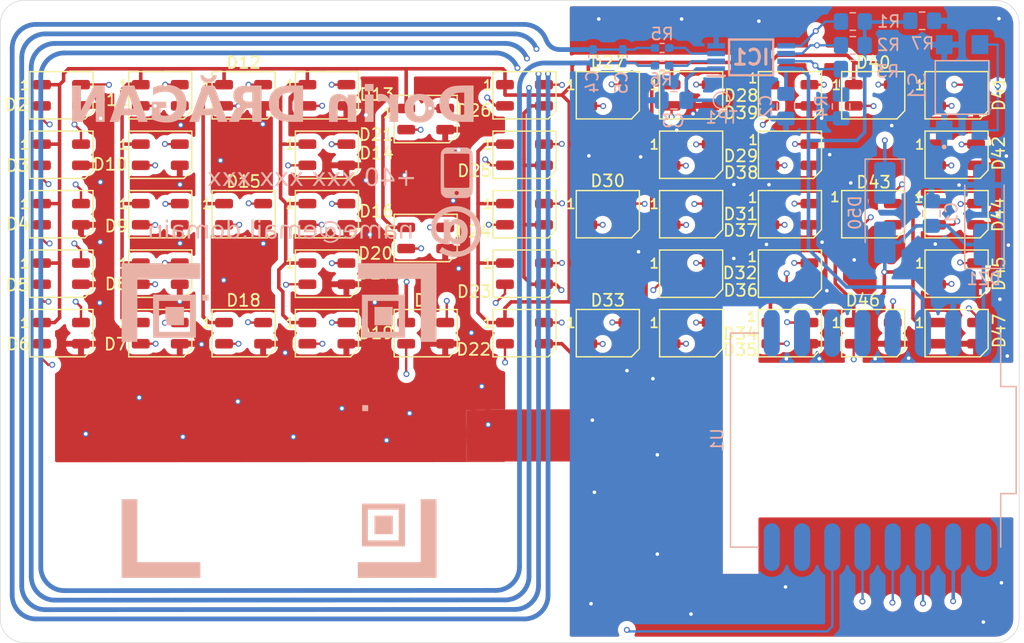
<source format=kicad_pcb>
(kicad_pcb (version 20241229) (generator "pcbnew") (generator_version "9.0")
  (layers (0 "F.Cu" signal) (4 "In1.Cu" signal) (6 "In2.Cu" signal) (2 "B.Cu" signal) (13 "F.Paste" user) (15 "B.Paste" user) (5 "F.SilkS" user "F.Silkscreen") (7 "B.SilkS" user "B.Silkscreen") (1 "F.Mask" user) (3 "B.Mask" user) (25 "Edge.Cuts" user))
  (net 0 "")
  (net 10 "+5V")
  (net 11 "GND")
  (net 12 "/LED")
  (net 13 "Net-(D1-DOUT)")
  (net 14 "Net-(D2-DOUT)")
  (net 15 "Net-(D3-DOUT)")
  (net 16 "Net-(D4-DOUT)")
  (net 17 "Net-(D5-DOUT)")
  (net 18 "Net-(D6-DOUT)")
  (net 19 "Net-(D7-DOUT)")
  (net 20 "Net-(D8-DOUT)")
  (net 21 "Net-(D10-DIN)")
  (net 22 "Net-(D10-DOUT)")
  (net 23 "Net-(D11-DOUT)")
  (net 24 "Net-(D12-DOUT)")
  (net 25 "Net-(D13-DOUT)")
  (net 26 "Net-(D14-DOUT)")
  (net 27 "Net-(D15-DOUT)")
  (net 28 "Net-(D16-DOUT)")
  (net 29 "Net-(D17-DOUT)")
  (net 30 "Net-(D18-DOUT)")
  (net 31 "Net-(D19-DOUT)")
  (net 32 "Net-(D20-DOUT)")
  (net 33 "Net-(D21-DOUT)")
  (net 34 "Net-(D22-DOUT)")
  (net 35 "Net-(D23-DOUT)")
  (net 36 "Net-(D24-DOUT)")
  (net 37 "Net-(D25-DOUT)")
  (net 38 "Net-(D26-DOUT)")
  (net 39 "Net-(D27-DOUT)")
  (net 40 "Net-(D28-DOUT)")
  (net 41 "Net-(D29-DOUT)")
  (net 42 "Net-(D30-DOUT)")
  (net 43 "Net-(D31-DOUT)")
  (net 44 "Net-(D32-DOUT)")
  (net 45 "Net-(D33-DOUT)")
  (net 46 "Net-(D34-DOUT)")
  (net 47 "Net-(D35-DOUT)")
  (net 48 "Net-(D36-DOUT)")
  (net 49 "Net-(D37-DOUT)")
  (net 50 "Net-(D38-DOUT)")
  (net 51 "Net-(D39-DOUT)")
  (net 52 "Net-(D40-DOUT)")
  (net 53 "Net-(D41-DOUT)")
  (net 54 "Net-(D42-DOUT)")
  (net 55 "Net-(D43-DOUT)")
  (net 56 "Net-(D44-DOUT)")
  (net 57 "Net-(IC1-AC0)")
  (net 58 "/INT")
  (net 59 "/SCL")
  (net 60 "/SDA")
  (net 61 "+3V3")
  (net 62 "Net-(IC1-AC1)")
  (net 63 "/EVH")
  (net 64 "/ANTENNA")
  (net 65 "/LED1_PWR")
  (net 66 "/BTN")
  (net 67 "Net-(D45-DOUT)")
  (net 68 "Net-(D46-DOUT)")
  (footprint "LED_SMD:LED_WS2812B-Mini_PLCC4_3.5x3.5mm" (layer "F.Cu") (at 131.4 95)
    (property "Reference" "D27")
    (property "Value" "WS2812B" (hide yes))
  )
  (footprint "LED_SMD:LED_WS2812B-Mini_PLCC4_3.5x3.5mm" (layer "F.Cu") (at 107.8 95)
    (property "Reference" "D13")
    (property "Value" "WS2812B" (hide yes))
  )
  (footprint "LED_SMD:LED_WS2812B-Mini_PLCC4_3.5x3.5mm" (layer "F.Cu") (at 107.8 100)
    (property "Reference" "D14")
    (property "Value" "WS2812B" (hide yes))
  )
  (footprint "LED_SMD:LED_WS2812B-Mini_PLCC4_3.5x3.5mm" (layer "F.Cu") (at 93.8 115)
    (property "Reference" "D7")
    (property "Value" "WS2812B" (hide yes))
  )
  (footprint "LED_SMD:LED_WS2812B-Mini_PLCC4_3.5x3.5mm" (layer "F.Cu") (at 116.1 107)
    (property "Reference" "D20")
    (property "Value" "WS2812B" (hide yes))
  )
  (footprint "LED_SMD:LED_WS2812B-Mini_PLCC4_3.5x3.5mm" (layer "F.Cu") (at 160.7 95)
    (property "Reference" "D41")
    (property "Value" "WS2812B" (hide yes))
  )
  (footprint "LED_SMD:LED_WS2812B-Mini_PLCC4_3.5x3.5mm" (layer "F.Cu") (at 85.5 105)
    (property "Reference" "D4")
    (property "Value" "WS2812B" (hide yes))
  )
  (footprint "LED_SMD:LED_WS2812B-Mini_PLCC4_3.5x3.5mm" (layer "F.Cu") (at 146.7 95)
    (property "Reference" "D39")
    (property "Value" "WS2812B" (hide yes))
  )
  (footprint "LED_SMD:LED_WS2812B-Mini_PLCC4_3.5x3.5mm" (layer "F.Cu") (at 160.7 100)
    (property "Reference" "D42")
    (property "Value" "WS2812B" (hide yes))
  )
  (footprint "LED_SMD:LED_WS2812B-Mini_PLCC4_3.5x3.5mm" (layer "F.Cu") (at 85.5 100)
    (property "Reference" "D3")
    (property "Value" "WS2812B" (hide yes))
  )
  (footprint "LED_SMD:LED_WS2812B-Mini_PLCC4_3.5x3.5mm" (layer "F.Cu") (at 153.7 95)
    (property "Reference" "D40")
    (property "Value" "WS2812B" (hide yes))
  )
  (footprint "LED_SMD:LED_WS2812B-Mini_PLCC4_3.5x3.5mm" (layer "F.Cu") (at 153.7 105)
    (property "Reference" "D43")
    (property "Value" "WS2812B" (hide yes))
  )
  (footprint "LED_SMD:LED_WS2812B-Mini_PLCC4_3.5x3.5mm" (layer "F.Cu") (at 146.7 105)
    (property "Reference" "D37")
    (property "Value" "WS2812B" (hide yes))
  )
  (footprint "LED_SMD:LED_WS2812B-Mini_PLCC4_3.5x3.5mm" (layer "F.Cu") (at 93.8 100)
    (property "Reference" "D10")
    (property "Value" "WS2812B" (hide yes))
  )
  (footprint "LED_SMD:LED_WS2812B-Mini_PLCC4_3.5x3.5mm" (layer "F.Cu") (at 160.7 110)
    (property "Reference" "D45")
    (property "Value" "WS2812B" (hide yes))
  )
  (footprint "LED_SMD:LED_WS2812B-Mini_PLCC4_3.5x3.5mm" (layer "F.Cu") (at 131.4 105)
    (property "Reference" "D30")
    (property "Value" "WS2812B" (hide yes))
  )
  (footprint "LED_SMD:LED_WS2812B-Mini_PLCC4_3.5x3.5mm" (layer "F.Cu") (at 138.4 115)
    (property "Reference" "D34")
    (property "Value" "WS2812B" (hide yes))
  )
  (footprint "LED_SMD:LED_WS2812B-Mini_PLCC4_3.5x3.5mm" (layer "F.Cu") (at 124.4 100)
    (property "Reference" "D25")
    (property "Value" "WS2812B" (hide yes))
  )
  (footprint "LED_SMD:LED_WS2812B-Mini_PLCC4_3.5x3.5mm" (layer "F.Cu") (at 85.5 115)
    (property "Reference" "D6")
    (property "Value" "WS2812B" (hide yes))
  )
  (footprint "LED_SMD:LED_WS2812B-Mini_PLCC4_3.5x3.5mm" (layer "F.Cu") (at 93.8 110)
    (property "Reference" "D8")
    (property "Value" "WS2812B" (hide yes))
  )
  (footprint "LED_SMD:LED_WS2812B-Mini_PLCC4_3.5x3.5mm" (layer "F.Cu") (at 107.8 110)
    (property "Reference" "D17")
    (property "Value" "WS2812B" (hide yes))
  )
  (footprint "LED_SMD:LED_WS2812B-Mini_PLCC4_3.5x3.5mm" (layer "F.Cu") (at 100.8 115)
    (property "Reference" "D18")
    (property "Value" "WS2812B" (hide yes))
  )
  (footprint "LED_SMD:LED_WS2812B-Mini_PLCC4_3.5x3.5mm" (layer "F.Cu") (at 160.7 115)
    (property "Reference" "D47")
    (property "Value" "WS2812B" (hide yes))
  )
  (footprint "LED_SMD:LED_WS2812B-Mini_PLCC4_3.5x3.5mm" (layer "F.Cu") (at 124.4 110)
    (property "Reference" "D23")
    (property "Value" "WS2812B" (hide yes))
  )
  (footprint "LED_SMD:LED_WS2812B-Mini_PLCC4_3.5x3.5mm" (layer "F.Cu") (at 138.4 105)
    (property "Reference" "D31")
    (property "Value" "WS2812B" (hide yes))
  )
  (footprint "LED_SMD:LED_WS2812B-Mini_PLCC4_3.5x3.5mm" (layer "F.Cu") (at 138.4 100)
    (property "Reference" "D29")
    (property "Value" "WS2812B" (hide yes))
  )
  (footprint "LED_SMD:LED_WS2812B-Mini_PLCC4_3.5x3.5mm" (layer "F.Cu") (at 153.7 115)
    (property "Reference" "D46")
    (property "Value" "WS2812B" (hide yes))
  )
  (footprint "LED_SMD:LED_WS2812B-Mini_PLCC4_3.5x3.5mm" (layer "F.Cu") (at 138.4 95)
    (property "Reference" "D28")
    (property "Value" "WS2812B" (hide yes))
  )
  (footprint "LED_SMD:LED_WS2812B-Mini_PLCC4_3.5x3.5mm" (layer "F.Cu") (at 107.8 105)
    (property "Reference" "D16")
    (property "Value" "WS2812B" (hide yes))
  )
  (footprint "LED_SMD:LED_WS2812B-Mini_PLCC4_3.5x3.5mm" (layer "F.Cu") (at 93.8 95)
    (property "Reference" "D11")
    (property "Value" "WS2812B" (hide yes))
  )
  (footprint "LED_SMD:LED_WS2812B-Mini_PLCC4_3.5x3.5mm" (layer "F.Cu") (at 146.7 100)
    (property "Reference" "D38")
    (property "Value" "WS2812B" (hide yes))
  )
  (footprint "LED_SMD:LED_WS2812B-Mini_PLCC4_3.5x3.5mm" (layer "F.Cu") (at 160.7 105)
    (property "Reference" "D44")
    (property "Value" "WS2812B" (hide yes))
  )
  (footprint "LED_SMD:LED_WS2812B-Mini_PLCC4_3.5x3.5mm" (layer "F.Cu") (at 131.4 115)
    (property "Reference" "D33")
    (property "Value" "WS2812B" (hide yes))
  )
  (footprint "LED_SMD:LED_WS2812B-Mini_PLCC4_3.5x3.5mm" (layer "F.Cu") (at 124.4 105)
    (property "Reference" "D24")
    (property "Value" "WS2812B" (hide yes))
  )
  (footprint "LED_SMD:LED_WS2812B-Mini_PLCC4_3.5x3.5mm" (layer "F.Cu") (at 116.1 115)
    (property "Reference" "D1")
    (property "Value" "WS2812B" (hide yes))
  )
  (footprint "LED_SMD:LED_WS2812B-Mini_PLCC4_3.5x3.5mm" (layer "F.Cu") (at 146.7 110)
    (property "Reference" "D36")
    (property "Value" "WS2812B" (hide yes))
  )
  (footprint "LED_SMD:LED_WS2812B-Mini_PLCC4_3.5x3.5mm" (layer "F.Cu") (at 85.5 110)
    (property "Reference" "D5")
    (property "Value" "WS2812B" (hide yes))
  )
  (footprint "LED_SMD:LED_WS2812B-Mini_PLCC4_3.5x3.5mm" (layer "F.Cu") (at 124.4 115)
    (property "Reference" "D22")
    (property "Value" "WS2812B" (hide yes))
  )
  (footprint "LED_SMD:LED_WS2812B-Mini_PLCC4_3.5x3.5mm" (layer "F.Cu") (at 100.8 105)
    (property "Reference" "D15")
    (property "Value" "WS2812B" (hide yes))
  )
  (footprint "LED_SMD:LED_WS2812B-Mini_PLCC4_3.5x3.5mm" (layer "F.Cu") (at 124.4 95)
    (property "Reference" "D26")
    (property "Value" "WS2812B" (hide yes))
  )
  (footprint "LED_SMD:LED_WS2812B-Mini_PLCC4_3.5x3.5mm" (layer "F.Cu") (at 93.8 105)
    (property "Reference" "D9")
    (property "Value" "WS2812B" (hide yes))
  )
  (footprint "LED_SMD:LED_WS2812B-Mini_PLCC4_3.5x3.5mm" (layer "F.Cu") (at 146.7 115)
    (property "Reference" "D35")
    (property "Value" "WS2812B" (hide yes))
  )
  (footprint "LED_SMD:LED_WS2812B-Mini_PLCC4_3.5x3.5mm" (layer "F.Cu") (at 85.5 95)
    (property "Reference" "D2")
    (property "Value" "WS2812B" (hide yes))
  )
  (footprint "LED_SMD:LED_WS2812B-Mini_PLCC4_3.5x3.5mm" (layer "F.Cu") (at 138.4 110)
    (property "Reference" "D32")
    (property "Value" "WS2812B" (hide yes))
  )
  (footprint "LED_SMD:LED_WS2812B-Mini_PLCC4_3.5x3.5mm" (layer "F.Cu") (at 100.8 95)
    (property "Reference" "D12")
    (property "Value" "WS2812B" (hide yes))
  )
  (footprint "LED_SMD:LED_WS2812B-Mini_PLCC4_3.5x3.5mm" (layer "F.Cu") (at 107.8 115)
    (property "Reference" "D19")
    (property "Value" "WS2812B" (hide yes))
  )
  (footprint "LED_SMD:LED_WS2812B-Mini_PLCC4_3.5x3.5mm" (layer "F.Cu") (at 116.1 97)
    (property "Reference" "D21")
    (property "Value" "WS2812B" (hide yes))
  )
  (footprint "TL3305BF160QG:SW_TL3305BF160QG" (layer "B.Cu") (at 161.160415 94.342499 90)
    (property "Reference" "S1")
    (property "Value" "TL3305BF160QG" (hide yes))
  )
  (footprint "Diode_SMD:D_SMA_Handsoldering" (layer "B.Cu") (at 163.040415 105.049999 90)
    (property "Reference" "DZ1")
    (property "Value" "SMA 5.1" (hide yes))
  )
  (footprint "ESP32-C3_SUPERMINI_TH:MODULE_ESP32-C3_SUPERMINI_TH" (layer "B.Cu") (at 153.055477 123.994076 90)
    (property "Reference" "U1")
    (property "Value" "ESP32-C3_SUPERMINI_TH" (hide yes))
  )
  (footprint "Capacitor_SMD:C_0402_1005Metric_Pad0.74x0.62mm_HandSolder" (layer "B.Cu") (at 132.660415 91.719999 -90)
    (property "Reference" "C5")
    (property "Value" "~" (hide yes))
  )
  (footprint "Capacitor_SMD:C_0805_2012Metric_Pad1.18x1.45mm_HandSolder" (layer "B.Cu") (at 158.580415 104.939999 90)
    (property "Reference" "C1")
    (property "Value" "2.2uF" (hide yes))
  )
  (footprint "TestPoint:TestPoint_Pad_D1.0mm" (layer "B.Cu") (at 140.960415 95.419999)
    (property "Reference" "TP1")
    (property "Value" "TestPoint" (hide yes))
  )
  (footprint "Resistor_SMD:R_0402_1005Metric_Pad0.72x0.64mm_HandSolder" (layer "B.Cu") (at 135.960415 91.019999 180)
    (property "Reference" "R5")
    (property "Value" "0R" (hide yes))
  )
  (footprint "Resistor_SMD:R_0805_2012Metric_Pad1.20x1.40mm_HandSolder" (layer "B.Cu") (at 157.807024 88.738178)
    (property "Reference" "R7")
    (property "Value" "3K3" (hide yes))
  )
  (footprint "Capacitor_SMD:C_0805_2012Metric_Pad1.18x1.45mm_HandSolder" (layer "B.Cu") (at 136.960415 95.419999 180)
    (property "Reference" "C3")
    (property "Value" "100nF" (hide yes))
  )
  (footprint "Resistor_SMD:R_0805_2012Metric_Pad1.20x1.40mm_HandSolder" (layer "B.Cu") (at 150.998987 95.939082 -90)
    (property "Reference" "R4")
    (property "Value" "3K3" (hide yes))
  )
  (footprint "Diode_SMD:D_SMA_Handsoldering" (layer "B.Cu") (at 154.670415 104.872499 -90)
    (property "Reference" "D50")
    (property "Value" "US1G" (hide yes))
  )
  (footprint "Resistor_SMD:R_0402_1005Metric_Pad0.72x0.64mm_HandSolder" (layer "B.Cu") (at 135.960415 92.519999 180)
    (property "Reference" "R6")
    (property "Value" "0R" (hide yes))
  )
  (footprint "Resistor_SMD:R_0805_2012Metric_Pad1.20x1.40mm_HandSolder" (layer "B.Cu") (at 151.984064 92.800825 180)
    (property "Reference" "R3")
    (property "Value" "3K3" (hide yes))
  )
  (footprint "Capacitor_SMD:C_0805_2012Metric_Pad1.18x1.45mm_HandSolder" (layer "B.Cu") (at 146.360415 95.919999 -90)
    (property "Reference" "C2")
    (property "Value" "100nF" (hide yes))
  )
  (footprint "Resistor_SMD:R_0805_2012Metric_Pad1.20x1.40mm_HandSolder" (layer "B.Cu") (at 151.984064 88.800825 180)
    (property "Reference" "R1")
    (property "Value" "3K3" (hide yes))
  )
  (footprint "Capacitor_SMD:C_0402_1005Metric_Pad0.74x0.62mm_HandSolder" (layer "B.Cu") (at 130.160415 91.719999 -90)
    (property "Reference" "C4")
    (property "Value" "~" (hide yes))
  )
  (footprint "KiCad:SOP65P640X120-8N" (layer "B.Cu") (at 143.438415 91.814999)
    (property "Reference" "IC1")
    (property "Value" "ST25DV64KC-IE8T3" (hide yes))
  )
  (footprint "Resistor_SMD:R_0805_2012Metric_Pad1.20x1.40mm_HandSolder" (layer "B.Cu") (at 151.984064 90.800825 180)
    (property "Reference" "R2")
    (property "Value" "3K3" (hide yes))
  )
  (gr_line (start 92.13 94.07) (end 91.04 94.07) (stroke (width 0.3)) (layer "F.Cu") (net 10))
  (gr_arc (start 126.380212 137.04) (mid 125.787354 138.451285) (end 124.370212 139.03) (stroke (width 0.4)) (layer "B.Cu") (net 64))
  (gr_line (start 121.970393 91.44) (end 85.770417 91.440002) (stroke (width 0.4)) (layer "B.Cu") (net 64))
  (gr_line (start 126.28836 90.482212) (end 126.206549 90.307913) (stroke (width 0.4)) (layer "B.Cu") (net 64))
  (gr_line (start 127.369213 91.158727) (end 128.820415 91.158727) (stroke (width 0.4)) (layer "B.Cu") (net 64))
  (gr_line (start 84.190415 89.84) (end 123.590415 89.84) (stroke (width 0.4)) (layer "B.Cu") (net 64))
  (gr_arc (start 85.750418 136.649796) (mid 84.339133 136.056938) (end 83.760418 134.639796) (stroke (width 0.4)) (layer "B.Cu") (net 64))
  (gr_line (start 123.980205 134.64) (end 123.980212 94.379999) (stroke (width 0.4)) (layer "B.Cu") (net 64))
  (gr_arc (start 123.570399 89.84) (mid 124.321967 89.992429) (end 124.959062 90.419275) (stroke (width 0.4)) (layer "B.Cu") (net 64))
  (gr_arc (start 121.970393 91.44) (mid 122.721961 91.592429) (end 123.359056 92.019275) (stroke (width 0.4)) (layer "B.Cu") (net 64))
  (gr_arc (start 124.780209 135.44) (mid 124.187351 136.851285) (end 122.770209 137.43) (stroke (width 0.4)) (layer "B.Cu") (net 64))
  (gr_line (start 126.380212 93.189999) (end 126.380212 137.04) (stroke (width 0.4)) (layer "B.Cu") (net 64))
  (gr_arc (start 127.33519 91.158727) (mid 126.714637 90.970755) (end 126.28836 90.482179) (stroke (width 0.4)) (layer "B.Cu") (net 64))
  (gr_line (start 82.160417 91.829999) (end 82.16042 136.239796) (stroke (width 0.4)) (layer "B.Cu") (net 64))
  (gr_arc (start 124.159056 91.219298) (mid 124.418933 91.540124) (end 124.606541 91.907913) (stroke (width 0.4)) (layer "B.Cu") (net 64))
  (gr_arc (start 83.760417 93.430002) (mid 84.353275 92.018717) (end 85.770417 91.440002) (stroke (width 0.4)) (layer "B.Cu") (net 64))
  (gr_line (start 126.090415 92.289999) (end 129.120415 92.289999) (stroke (width 0.4)) (layer "B.Cu") (net 64))
  (gr_line (start 122.770393 90.640001) (end 84.970417 90.640002) (stroke (width 0.4)) (layer "B.Cu") (net 64))
  (gr_arc (start 82.160417 91.829999) (mid 82.753275 90.418714) (end 84.170417 89.839999) (stroke (width 0.4)) (layer "B.Cu") (net 64))
  (gr_arc (start 123.980205 134.64) (mid 123.387347 136.051285) (end 121.970205 136.63) (stroke (width 0.4)) (layer "B.Cu") (net 64))
  (gr_line (start 83.760417 93.449796) (end 83.760418 134.639796) (stroke (width 0.4)) (layer "B.Cu") (net 64))
  (gr_arc (start 124.959062 90.419298) (mid 125.218939 90.740124) (end 125.406547 91.107913) (stroke (width 0.4)) (layer "B.Cu") (net 64))
  (gr_arc (start 125.580209 136.24) (mid 124.987351 137.651285) (end 123.570209 138.23) (stroke (width 0.4)) (layer "B.Cu") (net 64))
  (gr_line (start 124.780208 135.44) (end 124.780415 94.379999) (stroke (width 0.4)) (layer "B.Cu") (net 64))
  (gr_arc (start 123.980212 94.379999) (mid 124.593208 92.900095) (end 126.073112 92.287099) (stroke (width 0.4)) (layer "B.Cu") (net 64))
  (gr_arc (start 125.759078 89.619298) (mid 126.018955 89.940124) (end 126.206563 90.307913) (stroke (width 0.4)) (layer "B.Cu") (net 64))
  (gr_line (start 83.370415 89.04) (end 124.370415 89.04) (stroke (width 0.4)) (layer "B.Cu") (net 64))
  (gr_arc (start 81.360415 91.029999) (mid 81.953273 89.618714) (end 83.370415 89.039999) (stroke (width 0.4)) (layer "B.Cu") (net 64))
  (gr_line (start 124.370212 139.029999) (end 83.370212 139.029999) (stroke (width 0.4)) (layer "B.Cu") (net 64))
  (gr_arc (start 124.370415 89.04) (mid 125.121982 89.192429) (end 125.759078 89.619275) (stroke (width 0.4)) (layer "B.Cu") (net 64))
  (gr_arc (start 122.770393 90.64) (mid 123.521961 90.792429) (end 124.159056 91.219275) (stroke (width 0.4)) (layer "B.Cu") (net 64))
  (gr_arc (start 84.150415 138.249796) (mid 82.73913 137.656938) (end 82.160415 136.239796) (stroke (width 0.4)) (layer "B.Cu") (net 64))
  (gr_line (start 81.360415 137.029999) (end 81.360415 91.029999) (stroke (width 0.4)) (layer "B.Cu") (net 64))
  (gr_arc (start 84.950418 137.449796) (mid 83.539133 136.856938) (end 82.960418 135.439796) (stroke (width 0.4)) (layer "B.Cu") (net 64))
  (gr_line (start 82.960417 92.649796) (end 82.960418 135.440002) (stroke (width 0.4)) (layer "B.Cu") (net 64))
  (gr_line (start 84.950618 137.449796) (end 122.770209 137.43) (stroke (width 0.4)) (layer "B.Cu") (net 64))
  (gr_arc (start 123.359056 92.019298) (mid 123.618933 92.340124) (end 123.806541 92.707913) (stroke (width 0.4)) (layer "B.Cu") (net 64))
  (gr_arc (start 82.960417 92.630002) (mid 83.553275 91.218717) (end 84.970417 90.640002) (stroke (width 0.4)) (layer "B.Cu") (net 64))
  (gr_line (start 85.750418 136.649796) (end 121.970205 136.63) (stroke (width 0.4)) (layer "B.Cu") (net 64))
  (gr_line (start 125.580209 136.219999) (end 125.580209 93.21) (stroke (width 0.4)) (layer "B.Cu") (net 64))
  (gr_line (start 130.130415 91.158727) (end 128.820415 91.158727) (stroke (width 0.4)) (layer "B.Cu") (net 64))
  (gr_line (start 84.150415 138.249796) (end 123.570209 138.23) (stroke (width 0.4)) (layer "B.Cu") (net 64))
  (gr_arc (start 83.350415 139.029999) (mid 81.93913 138.437141) (end 81.360415 137.019999) (stroke (width 0.4)) (layer "B.Cu") (net 64))
  (gr_poly (pts (xy 90.55128 112.426962) (xy 90.55128 115.734254) (xy 91.212739 115.734254) (xy 91.874199 115.734254) (xy 91.874196 113.088421) (xy 91.874196 110.442587) (xy 94.52003 110.442587) (xy 97.165864 110.442587) (xy 97.165864 109.781129) (xy 97.165864 109.11967) (xy 93.858574 109.11967) (xy 90.55128 109.11967)) (fill yes) (layer "B.SilkS"))
  (gr_poly (pts (xy 111.797322 131.119775) (xy 111.797322 131.900296) (xy 112.564613 131.900296) (xy 113.331904 131.900296) (xy 113.331904 131.119775) (xy 113.331904 130.339255) (xy 112.564613 130.339255) (xy 111.797322 130.339255)) (fill yes) (layer "B.SilkS"))
  (gr_poly (pts (xy 93.197111 113.5779) (xy 93.197111 115.390295) (xy 94.996278 115.390295) (xy 96.795445 115.390295) (xy 96.795445 113.591129) (xy 96.292738 113.591129) (xy 96.292738 114.887587) (xy 94.996281 114.887587) (xy 93.699821 114.887587) (xy 93.699821 113.591129) (xy 93.699821 112.294671) (xy 94.996281 112.294671) (xy 96.292738 112.294671) (xy 96.292738 113.591129) (xy 96.795445 113.591129) (xy 96.795445 113.5779) (xy 96.795445 111.765504) (xy 94.996278 111.765504) (xy 93.197111 111.765504)) (fill yes) (layer "B.SilkS"))
  (gr_poly (pts (xy 93.726277 132.403006) (xy 93.726283 132.403006) (xy 93.726283 132.402995) (xy 93.726277 132.402995)) (fill yes) (layer "B.SilkS"))
  (gr_poly (pts (xy 104.5742 116.92488) (xy 104.574205 116.92488) (xy 104.574205 116.924879) (xy 104.5742 116.924879)) (fill yes) (layer "B.SilkS"))
  (gr_poly (pts (xy 106.10878 132.403006) (xy 106.108784 132.403006) (xy 106.108784 132.402997) (xy 106.10878 132.402997)) (fill yes) (layer "B.SilkS"))
  (gr_poly (pts (xy 104.04503 129.836548) (xy 104.045034 129.836548) (xy 104.045034 129.836539) (xy 104.04503 129.836539)) (fill yes) (layer "B.SilkS"))
  (gr_poly (pts (xy 110.395028 109.781129) (xy 110.395028 110.442587) (xy 113.040863 110.442587) (xy 115.686696 110.442587) (xy 115.686696 113.088421) (xy 115.686696 115.734254) (xy 116.348154 115.734254) (xy 117.009613 115.734254) (xy 117.009613 112.426962) (xy 117.009613 109.11967) (xy 113.702321 109.11967) (xy 110.395028 109.11967)) (fill yes) (layer "B.SilkS"))
  (gr_poly (pts (xy 94.22899 113.56467) (xy 94.22899 114.331962) (xy 95.00951 114.331962) (xy 95.790031 114.331962) (xy 95.790031 113.56467) (xy 95.790031 112.797379) (xy 95.00951 112.797379) (xy 94.22899 112.797379)) (fill yes) (layer "B.SilkS"))
  (gr_poly (pts (xy 119.675922 99.437544) (xy 119.699805 99.449017) (xy 119.722307 99.460423) (xy 119.743521 99.471839) (xy 119.763542 99.483341) (xy 119.782464 99.495006) (xy 119.800382 99.506911) (xy 119.81739 99.519132) (xy 119.833583 99.531746) (xy 119.849055 99.54483) (xy 119.863901 99.55846) (xy 119.878214 99.572713) (xy 119.892091 99.587666) (xy 119.905624 99.603395) (xy 119.918909 99.619977) (xy 119.932039 99.637488) (xy 119.94511 99.656006) (xy 119.965253 99.684891) (xy 119.974327 99.698068) (xy 119.982768 99.710919) (xy 119.990598 99.723833) (xy 119.99784 99.737199) (xy 120.004516 99.751405) (xy 120.010651 99.766839) (xy 120.016265 99.783892) (xy 120.021384 99.80295) (xy 120.026029 99.824403) (xy 120.030223 99.84864) (xy 120.033989 99.876048) (xy 120.03735 99.907017) (xy 120.04033 99.941936) (xy 120.04295 99.981192) (xy 120.045234 100.025175) (xy 120.047205 100.074274) (xy 120.048885 100.128876) (xy 120.050298 100.18937) (xy 120.052413 100.329591) (xy 120.053732 100.498046) (xy 120.05444 100.697843) (xy 120.054718 100.932091) (xy 120.054721 101.51638) (xy 120.053732 102.534714) (xy 120.050298 102.843389) (xy 120.04295 103.051567) (xy 120.030223 103.18412) (xy 120.021384 103.229809) (xy 120.010651 103.26592) (xy 119.982768 103.32184) (xy 119.94511 103.376753) (xy 119.932039 103.395271) (xy 119.918909 103.412783) (xy 119.905624 103.429365) (xy 119.892091 103.445094) (xy 119.878215 103.460046) (xy 119.863901 103.474299) (xy 119.849055 103.487929) (xy 119.833583 103.501013) (xy 119.817391 103.513627) (xy 119.800382 103.525848) (xy 119.782465 103.537753) (xy 119.763542 103.549418) (xy 119.743521 103.56092) (xy 119.722307 103.572336) (xy 119.699806 103.583742) (xy 119.675922 103.595215) (xy 119.580393 103.639986) (xy 118.747606 103.642686) (xy 118.418788 103.642625) (xy 118.139115 103.640464) (xy 117.938185 103.636575) (xy 117.876497 103.634098) (xy 117.845594 103.631329) (xy 117.817919 103.624933) (xy 117.79045 103.617047) (xy 117.763255 103.607719) (xy 117.736406 103.596997) (xy 117.709973 103.584926) (xy 117.684026 103.571556) (xy 117.658637 103.556932) (xy 117.633875 103.541103) (xy 117.609811 103.524116) (xy 117.586516 103.506018) (xy 117.564059 103.486856) (xy 117.542512 103.466678) (xy 117.521944 103.445532) (xy 117.502426 103.423464) (xy 117.484029 103.400522) (xy 117.466824 103.376753) (xy 117.446681 103.347868) (xy 117.437607 103.334691) (xy 117.429166 103.32184) (xy 117.421336 103.308926) (xy 117.414094 103.295561) (xy 117.407418 103.281355) (xy 117.401283 103.26592) (xy 117.395669 103.248868) (xy 117.39055 103.229809) (xy 117.386191 103.209677) (xy 118.530644 103.209677) (xy 118.530909 103.225142) (xy 118.532504 103.2404) (xy 118.535396 103.25537) (xy 118.53955 103.269971) (xy 118.544932 103.284125) (xy 118.551506 103.29775) (xy 118.559239 103.310767) (xy 118.568096 103.323096) (xy 118.578042 103.334655) (xy 118.589044 103.345367) (xy 118.59493 103.350379) (xy 118.601066 103.355149) (xy 118.607449 103.359667) (xy 118.614075 103.363923) (xy 118.620938 103.367906) (xy 118.628035 103.371608) (xy 118.640012 103.377399) (xy 118.650995 103.38242) (xy 118.661127 103.386672) (xy 118.670553 103.390155) (xy 118.679417 103.392871) (xy 118.687865 103.394818) (xy 118.691979 103.395505) (xy 118.696042 103.395999) (xy 118.700073 103.396302) (xy 118.704091 103.396414) (xy 118.708113 103.396334) (xy 118.712158 103.396062) (xy 118.716244 103.3956) (xy 118.720388 103.394946) (xy 118.728924 103.393064) (xy 118.737912 103.390419) (xy 118.747497 103.38701) (xy 118.757823 103.382838) (xy 118.769035 103.377904) (xy 118.781278 103.372208) (xy 118.796512 103.364179) (xy 118.810437 103.355231) (xy 118.823069 103.345439) (xy 118.834426 103.334882) (xy 118.844526 103.323636) (xy 118.853386 103.311778) (xy 118.861024 103.299385) (xy 118.867457 103.286535) (xy 118.872702 103.273304) (xy 118.876778 103.259769) (xy 118.879701 103.246008) (xy 118.88149 103.232098) (xy 118.882162 103.218114) (xy 118.881734 103.204136) (xy 118.880224 103.190239) (xy 118.877649 103.176501) (xy 118.874027 103.162998) (xy 118.869376 103.149808) (xy 118.863712 103.137008) (xy 118.857054 103.124675) (xy 118.849419 103.112886) (xy 118.840825 103.101718) (xy 118.831289 103.091248) (xy 118.820828 103.081552) (xy 118.809461 103.072709) (xy 118.797204 103.064795) (xy 118.784075 103.057887) (xy 118.770092 103.052062) (xy 118.755272 103.047398) (xy 118.739633 103.043971) (xy 118.723192 103.041858) (xy 118.705967 103.041137) (xy 118.690592 103.041654) (xy 118.67576 103.043196) (xy 118.661494 103.045744) (xy 118.647818 103.049282) (xy 118.634756 103.053794) (xy 118.622329 103.059262) (xy 118.610563 103.06567) (xy 118.599479 103.073) (xy 118.589101 103.081236) (xy 118.579453 103.090361) (xy 118.570557 103.100358) (xy 118.562437 103.11121) (xy 118.555116 103.122901) (xy 118.548618 103.135413) (xy 118.542964 103.14873) (xy 118.53818 103.162834) (xy 118.536031 103.17063) (xy 118.534245 103.178443) (xy 118.532818 103.186264) (xy 118.531745 103.194084) (xy 118.531022 103.201891) (xy 118.530644 103.209677) (xy 117.386191 103.209677) (xy 117.385905 103.208356) (xy 117.381711 103.18412) (xy 117.377945 103.156711) (xy 117.374584 103.125742) (xy 117.371604 103.090823) (xy 117.368984 103.051567) (xy 117.3667 103.007584) (xy 117.364729 102.958486) (xy 117.363049 102.903884) (xy 117.361636 102.843389) (xy 117.359521 102.703168) (xy 117.358202 102.534714) (xy 117.357494 102.334917) (xy 117.357216 102.100668) (xy 117.357213 101.51638) (xy 117.358202 100.498046) (xy 117.361636 100.18937) (xy 117.368984 99.981192) (xy 117.369813 99.972559) (xy 117.64 99.972559) (xy 117.64 101.344076) (xy 117.640596 102.128212) (xy 117.644366 102.540192) (xy 117.64837 102.645781) (xy 117.654281 102.705321) (xy 117.662471 102.734474) (xy 117.673311 102.748904) (xy 117.676366 102.751866) (xy 117.679541 102.754646) (xy 117.683012 102.757251) (xy 117.686957 102.759687) (xy 117.689161 102.760843) (xy 117.691551 102.761959) (xy 117.694146 102.763036) (xy 117.696971 102.764073) (xy 117.700046 102.765073) (xy 117.703393 102.766035) (xy 117.710995 102.76785) (xy 117.719952 102.769524) (xy 117.73044 102.771063) (xy 117.742638 102.772472) (xy 117.75672 102.773758) (xy 117.772863 102.774925) (xy 117.791245 102.77598) (xy 117.81204 102.776927) (xy 117.835427 102.777774) (xy 117.861581 102.778525) (xy 117.890678 102.779187) (xy 117.922896 102.779765) (xy 117.958411 102.780264) (xy 118.040036 102.78105) (xy 118.136965 102.781591) (xy 118.250611 102.781933) (xy 118.382386 102.78212) (xy 118.705967 102.782216) (xy 119.274969 102.781591) (xy 119.576507 102.777774) (xy 119.655214 102.773758) (xy 119.700939 102.76785) (xy 119.724978 102.759687) (xy 119.738623 102.748904) (xy 119.741602 102.745821) (xy 119.744398 102.742551) (xy 119.745729 102.74077) (xy 119.747017 102.73885) (xy 119.748261 102.736762) (xy 119.749464 102.734474) (xy 119.750625 102.731957) (xy 119.751745 102.729178) (xy 119.752826 102.726108) (xy 119.753867 102.722717) (xy 119.75487 102.718973) (xy 119.755835 102.714846) (xy 119.756762 102.710306) (xy 119.757654 102.705321) (xy 119.759331 102.693897) (xy 119.760871 102.680328) (xy 119.762281 102.664371) (xy 119.763565 102.645781) (xy 119.76473 102.624313) (xy 119.765782 102.599722) (xy 119.766726 102.571763) (xy 119.767568 102.540192) (xy 119.768315 102.504764) (xy 119.768971 102.465234) (xy 119.769543 102.421357) (xy 119.770036 102.37289) (xy 119.770809 102.261202) (xy 119.771338 102.128212) (xy 119.771669 101.971962) (xy 119.771847 101.790495) (xy 119.771934 101.344076) (xy 119.771934 99.972559) (xy 119.736875 99.94083) (xy 119.733669 99.938059) (xy 119.730253 99.935454) (xy 119.72646 99.93301) (xy 119.722123 99.930722) (xy 119.717077 99.928584) (xy 119.711156 99.926592) (xy 119.704193 99.92474) (xy 119.696023 99.923023) (xy 119.68648 99.921437) (xy 119.675397 99.919975) (xy 119.662609 99.918633) (xy 119.647948 99.917406) (xy 119.63125 99.916289) (xy 119.612349 99.915276) (xy 119.591077 99.914363) (xy 119.56727 99.913544) (xy 119.540761 99.912814) (xy 119.511383 99.912169) (xy 119.44336 99.911109) (xy 119.361873 99.910325) (xy 119.265592 99.909775) (xy 119.153189 99.909419) (xy 119.023337 99.909215) (xy 118.705967 99.909101) (xy 118.146343 99.909775) (xy 117.844665 99.913544) (xy 117.763986 99.917406) (xy 117.715911 99.923023) (xy 117.689812 99.930722) (xy 117.67506 99.94083) (xy 117.64 99.972559) (xy 117.369813 99.972559) (xy 117.381711 99.84864) (xy 117.39055 99.80295) (xy 117.401283 99.766839) (xy 117.429166 99.710919) (xy 117.466824 99.656006) (xy 117.468351 99.653842) (xy 118.475012 99.653842) (xy 118.475023 99.657439) (xy 118.47522 99.660956) (xy 118.475607 99.664363) (xy 118.476187 99.667634) (xy 118.476964 99.670741) (xy 118.477942 99.673657) (xy 118.480586 99.67737) (xy 118.485477 99.680844) (xy 118.492464 99.684079) (xy 118.501399 99.687074) (xy 118.52451 99.692344) (xy 118.553613 99.696657) (xy 118.587508 99.700011) (xy 118.624997 99.702407) (xy 118.664883 99.703845) (xy 118.705968 99.704324) (xy 118.747052 99.703845) (xy 118.786938 99.702407) (xy 118.824427 99.700011) (xy 118.858322 99.696657) (xy 118.887425 99.692344) (xy 118.910536 99.687074) (xy 118.919471 99.684079) (xy 118.926458 99.680844) (xy 118.931349 99.67737) (xy 118.933994 99.673657) (xy 118.934971 99.670741) (xy 118.935748 99.667634) (xy 118.936328 99.664363) (xy 118.936715 99.660956) (xy 118.936912 99.657439) (xy 118.936922 99.653842) (xy 118.936749 99.650192) (xy 118.936396 99.646516) (xy 118.935867 99.642843) (xy 118.935163 99.639199) (xy 118.93429 99.635614) (xy 118.933251 99.632114) (xy 118.932047 99.628727) (xy 118.930684 99.625482) (xy 118.929165 99.622405) (xy 118.927491 99.619526) (xy 118.924078 99.615903) (xy 118.918646 99.612513) (xy 118.902262 99.606436) (xy 118.879417 99.601294) (xy 118.851188 99.597087) (xy 118.818652 99.593814) (xy 118.782885 99.591477) (xy 118.744965 99.590074) (xy 118.705967 99.589607) (xy 118.66697 99.590074) (xy 118.62905 99.591477) (xy 118.593283 99.593814) (xy 118.560747 99.597087) (xy 118.532518 99.601294) (xy 118.509673 99.606436) (xy 118.493289 99.612513) (xy 118.487856 99.615903) (xy 118.484443 99.619526) (xy 118.48277 99.622405) (xy 118.48125 99.625482) (xy 118.479887 99.628727) (xy 118.478684 99.632114) (xy 118.477644 99.635614) (xy 118.476771 99.639199) (xy 118.476068 99.642843) (xy 118.475538 99.646516) (xy 118.475185 99.650192) (xy 118.475012 99.653842) (xy 117.468351 99.653842) (xy 117.479895 99.637488) (xy 117.493025 99.619977) (xy 117.50631 99.603395) (xy 117.519843 99.587666) (xy 117.533719 99.572713) (xy 117.548033 99.55846) (xy 117.562879 99.54483) (xy 117.578351 99.531746) (xy 117.594544 99.519132) (xy 117.611552 99.506911) (xy 117.62947 99.495006) (xy 117.648392 99.483341) (xy 117.668413 99.471839) (xy 117.689627 99.460423) (xy 117.712129 99.449017) (xy 117.736013 99.437544) (xy 117.831541 99.392773) (xy 118.705967 99.392773) (xy 119.580393 99.392773)) (fill yes) (layer "B.SilkS"))
  (gr_poly (pts (xy 98.356492 114.86113) (xy 98.356495 114.86113) (xy 98.356495 114.861128) (xy 98.356492 114.861128)) (fill yes) (layer "B.SilkS"))
  (gr_poly (pts (xy 93.726277 128.804669) (xy 93.726283 128.804669) (xy 93.726283 128.804662) (xy 93.726277 128.804662)) (fill yes) (layer "B.SilkS"))
  (gr_poly (pts (xy 97.324611 112.016858) (xy 97.324611 112.268212) (xy 97.589195 112.268212) (xy 97.853779 112.268212) (xy 97.853779 112.016858) (xy 97.853779 111.765504) (xy 97.589195 111.765504) (xy 97.324611 111.765504)) (fill yes) (layer "B.SilkS"))
  (gr_poly (pts (xy 107.140658 115.893005) (xy 107.14066 115.893005) (xy 107.14066 115.893003) (xy 107.140658 115.893003)) (fill yes) (layer "B.SilkS"))
  (gr_poly (pts (xy 101.452119 117.956755) (xy 101.452124 117.956755) (xy 101.452124 117.956753) (xy 101.452119 117.956753)) (fill yes) (layer "B.SilkS"))
  (gr_poly (pts (xy 109.204405 115.363837) (xy 109.204406 115.363837) (xy 109.204406 115.363836) (xy 109.204405 115.363836)) (fill yes) (layer "B.SilkS"))
  (gr_poly (pts (xy 98.885646 124.14801) (xy 98.885667 124.14801) (xy 98.885667 124.148) (xy 98.885646 124.148)) (fill yes) (layer "B.SilkS"))
  (gr_poly (pts (xy 99.91754 116.924879) (xy 99.917543 116.924879) (xy 99.917543 116.924878) (xy 99.91754 116.924878)) (fill yes) (layer "B.SilkS"))
  (gr_poly (pts (xy 110.765448 121.303731) (xy 110.765448 121.555084) (xy 111.016801 121.555084) (xy 111.268155 121.555084) (xy 111.268155 121.303731) (xy 111.268155 121.052377) (xy 111.016801 121.052377) (xy 110.765448 121.052377)) (fill yes) (layer "B.SilkS"))
  (gr_poly (pts (xy 110.738987 131.133005) (xy 110.738987 132.93217) (xy 112.551384 132.93217) (xy 114.36378 132.93217) (xy 114.363779 131.133005) (xy 113.834613 131.133005) (xy 113.834613 132.429463) (xy 112.538154 132.429463) (xy 111.241696 132.429463) (xy 111.241696 131.133005) (xy 111.241696 129.836546) (xy 112.538154 129.836546) (xy 113.834613 129.836546) (xy 113.834613 131.133005) (xy 114.363779 131.133005) (xy 114.363779 129.333838) (xy 112.551384 129.333838) (xy 110.738987 129.333838)) (fill yes) (layer "B.SilkS"))
  (gr_poly (pts (xy 105.076904 130.339255) (xy 105.076909 130.339255) (xy 105.076909 130.339246) (xy 105.076904 130.339246)) (fill yes) (layer "B.SilkS"))
  (gr_poly (pts (xy 97.324608 131.900296) (xy 97.324623 131.900296) (xy 97.324623 131.900287) (xy 97.324608 131.900287)) (fill yes) (layer "B.SilkS"))
  (gr_poly (pts (xy 110.738987 113.5779) (xy 110.738987 115.390295) (xy 112.551384 115.390295) (xy 114.36378 115.390295) (xy 114.363779 113.591129) (xy 113.834613 113.591129) (xy 113.834613 114.887587) (xy 112.538154 114.887587) (xy 111.241696 114.887587) (xy 111.241696 113.591129) (xy 111.241696 112.294671) (xy 112.538154 112.294671) (xy 113.834613 112.294671) (xy 113.834613 113.591129) (xy 114.363779 113.591129) (xy 114.363779 113.5779) (xy 114.363779 111.765504) (xy 112.551384 111.765504) (xy 110.738987 111.765504)) (fill yes) (layer "B.SilkS"))
  (gr_poly (pts (xy 90.551274 132.270712) (xy 90.551274 135.578003) (xy 93.858571 135.578003) (xy 97.165861 135.578003) (xy 97.165861 134.916547) (xy 97.165861 134.255087) (xy 94.520027 134.255087) (xy 91.874192 134.255087) (xy 91.874192 131.609254) (xy 91.874192 128.96342) (xy 91.212733 128.96342) (xy 90.551274 128.96342)) (fill yes) (layer "B.SilkS"))
  (gr_poly (pts (xy 93.726271 127.243633) (xy 93.726283 127.243633) (xy 93.726283 127.24362) (xy 93.726271 127.24362)) (fill yes) (layer "B.SilkS"))
  (gr_poly (pts (xy 111.797322 113.56467) (xy 111.797322 114.331962) (xy 112.564613 114.331962) (xy 113.331904 114.331962) (xy 113.331904 113.56467) (xy 113.331904 112.797379) (xy 112.564613 112.797379) (xy 111.797322 112.797379)) (fill yes) (layer "B.SilkS"))
  (gr_poly (pts (xy 96.292741 116.395712) (xy 96.292747 116.395712) (xy 96.292741 116.395712)) (fill yes) (layer "B.SilkS"))
  (gr_poly (pts (xy 101.452111 114.331962) (xy 101.452115 114.331962) (xy 101.452115 114.331961) (xy 101.452111 114.331961)) (fill yes) (layer "B.SilkS"))
  (gr_poly (pts (xy 95.790028 117.956754) (xy 95.790034 117.956754) (xy 95.790034 117.956753) (xy 95.790028 117.956753)) (fill yes) (layer "B.SilkS"))
  (gr_poly (pts (xy 115.686696 131.609254) (xy 115.686696 134.255087) (xy 113.040863 134.255087) (xy 110.395028 134.255087) (xy 110.395028 134.916547) (xy 110.395028 135.578006) (xy 113.702321 135.578006) (xy 117.009613 135.578006) (xy 117.009613 132.270712) (xy 117.009613 128.96342) (xy 116.348154 128.96342) (xy 115.686696 128.96342)) (fill yes) (layer "B.SilkS"))
  (gr_arc (start 82.360415 141.019999) (mid 80.946201 140.434213) (end 80.360415 139.019999) (stroke (width 0.05)) (layer "Edge.Cuts"))
  (gr_arc (start 80.360415 89.019999) (mid 80.946201 87.605785) (end 82.360415 87.019999) (stroke (width 0.05)) (layer "Edge.Cuts"))
  (gr_arc (start 165.960415 139.019999) (mid 165.374629 140.434213) (end 163.960415 141.019999) (stroke (width 0.05)) (layer "Edge.Cuts"))
  (gr_line (start 163.960415 141.019999) (end 82.360415 141.019999) (stroke (width 0.05)) (layer "Edge.Cuts"))
  (gr_arc (start 163.960415 87.019999) (mid 165.374629 87.605785) (end 165.960415 89.019999) (stroke (width 0.05)) (layer "Edge.Cuts"))
  (gr_line (start 165.960415 139.019999) (end 165.960415 89.019999) (stroke (width 0.05)) (layer "Edge.Cuts"))
  (gr_line (start 163.960415 87.019999) (end 82.360415 87.019999) (stroke (width 0.05)) (layer "Edge.Cuts"))
  (gr_line (start 80.360415 139.019999) (end 80.360415 89.019999) (stroke (width 0.05)) (layer "Edge.Cuts"))
  (gr_text "@" (at 121.08 108.354076 0) (layer "B.SilkS") (effects (font (size 3.5 3.5) (thickness 0.75) (bold yes)) (justify left bottom mirror)))
  (gr_text "Dorin DRĂGAN\n" (at 120.51 95.994076 0) (layer "B.SilkS") (effects (font (size 3 3) (thickness 0.3) (bold yes)) (justify left mirror)))
  (gr_text "+40 xxx xxx xxx" (at 115.34 102.874076 0) (layer "B.SilkS") (effects (font (size 1.5 1.5) (thickness 0.1875)) (justify left bottom mirror)))
  (gr_text "name@email.domain" (at 115.1 107.304076 0) (layer "B.SilkS") (effects (font (size 1.5 1.5) (thickness 0.1875)) (justify left bottom mirror)))
  (segment (start 103.759 109.681) (end 103.759 111.178943) (width 0.3) (layer "F.Cu") (net 10))
  (segment (start 97.42 104.11) (end 99.16 104.11) (width 0.3) (layer "F.Cu") (net 10))
  (segment (start 121.32 114.11) (end 120.499 113.289) (width 0.3) (layer "F.Cu") (net 10))
  (segment (start 122.76 94.951998) (end 122.76 94.11) (width 0.3) (layer "F.Cu") (net 10))
  (segment (start 85.34 99.11) (end 83.86 99.11) (width 0.3) (layer "F.Cu") (net 10))
  (segment (start 136.72 112.37) (end 143.24 112.37) (width 0.3) (layer "F.Cu") (net 10))
  (segment (start 84.92 114.11) (end 83.86 114.11) (width 0.3) (layer "F.Cu") (net 10))
  (segment (start 150.51 104.68) (end 151.08 104.11) (width 0.3) (layer "F.Cu") (net 10))
  (segment (start 152.06 112.37) (end 150.51 110.82) (width 0.3) (layer "F.Cu") (net 10))
  (segment (start 157.04 113.77) (end 157.38 114.11) (width 0.3) (layer "F.Cu") (net 10))
  (segment (start 151.08 104.11) (end 152.06 104.11) (width 0.3) (layer "F.Cu") (net 10))
  (segment (start 128.68 92.24) (end 128.4 92.52) (width 0.3) (layer "F.Cu") (net 10))
  (segment (start 90.59 94.52) (end 90.59 99.12) (width 0.3) (layer "F.Cu") (net 10))
  (segment (start 145.06 114.11) (end 145.06 112.37) (width 0.3) (layer "F.Cu") (net 10))
  (segment (start 134.61 112.37) (end 136.72 112.37) (width 0.3) (layer "F.Cu") (net 10))
  (segment (start 103.91 94.85) (end 103.91 99.19) (width 0.3) (layer "F.Cu") (net 10))
  (segment (start 135.091 104.1) (end 135.091 107.686226) (width 0.3) (layer "F.Cu") (net 10))
  (segment (start 143.24 109.15) (end 143.24 104.11) (width 0.3) (layer "F.Cu") (net 10))
  (segment (start 143.24 112.37) (end 145.06 112.37) (width 0.3) (layer "F.Cu") (net 10))
  (segment (start 104.34 109.1) (end 103.759 109.681) (width 0.3) (layer "F.Cu") (net 10))
  (segment (start 135.091 107.686226) (end 134.61 108.167226) (width 0.3) (layer "F.Cu") (net 10))
  (segment (start 90.59 104.12) (end 90.59 109.11) (width 0.3) (layer "F.Cu") (net 10))
  (segment (start 128.16 104.06) (end 128.21 104.11) (width 0.3) (layer "F.Cu") (net 10))
  (segment (start 90.59 104.12) (end 90.6 104.11) (width 0.3) (layer "F.Cu") (net 10))
  (segment (start 120.499 104.08) (end 120.499 99.711) (width 0.3) (layer "F.Cu") (net 10))
  (segment (start 156.45 109.11) (end 157.04 109.11) (width 0.3) (layer "F.Cu") (net 10))
  (segment (start 97.4 104.09) (end 97.42 104.11) (width 0.3) (layer "F.Cu") (net 10))
  (segment (start 152.15 92.28) (end 151.51 91.64) (width 0.3) (layer "F.Cu") (net 10))
  (segment (start 120.499 104.08) (end 120.529 104.11) (width 0.3) (layer "F.Cu") (net 10))
  (segment (start 159.06 94.11) (end 159.04 94.13) (width 0.3) (layer "F.Cu") (net 10))
  (segment (start 85.34 109.11) (end 83.86 109.11) (width 0.3) (layer "F.Cu") (net 10))
  (segment (start 122.57 92.77) (end 114.53 92.77) (width 0.3) (layer "F.Cu") (net 10))
  (segment (start 94.07 92.77) (end 86.09 92.77) (width 0.3) (layer "F.Cu") (net 10))
  (segment (start 104.39 104.11) (end 106.16 104.11) (width 0.3) (layer "F.Cu") (net 10))
  (segment (start 155.7 109.86) (end 156.45 109.11) (width 0.3) (layer "F.Cu") (net 10))
  (segment (start 120.499 113.289) (end 120.499 109.11) (width 0.3) (layer "F.Cu") (net 10))
  (segment (start 151.51 91.64) (end 145.65 91.64) (width 0.3) (layer "F.Cu") (net 10))
  (segment (start 128.16 112.37) (end 129.72 112.37) (width 0.3) (layer "F.Cu") (net 10))
  (segment (start 120.499 109.11) (end 120.499 104.08) (width 0.3) (layer "F.Cu") (net 10))
  (segment (start 103.91 99.19) (end 103.91 103.63) (width 0.3) (layer "F.Cu") (net 10))
  (segment (start 99.16 92.77) (end 99.16 94.11) (width 0.3) (layer "F.Cu") (net 10))
  (segment (start 143.69 94.11) (end 145.06 94.11) (width 0.3) (layer "F.Cu") (net 10))
  (segment (start 157.04 99.11) (end 157.04 101.13) (width 0.3) (layer "F.Cu") (net 10))
  (segment (start 129.76 114.11) (end 129.76 112.41) (width 0.3) (layer "F.Cu") (net 10))
  (segment (start 143.28 109.11) (end 145.06 109.11) (width 0.3) (layer "F.Cu") (net 10))
  (segment (start 143.24 104.11) (end 145.06 104.11) (width 0.3) (layer "F.Cu") (net 10))
  (segment (start 145.06 112.37) (end 152.06 112.37) (width 0.3) (layer "F.Cu") (net 10))
  (segment (start 97.9 114.11) (end 99.16 114.11) (width 0.3) (layer "F.Cu") (net 10))
  (segment (start 157.04 94.39) (end 157.04 94.11) (width 0.3) (layer "F.Cu") (net 10))
  (segment (start 112.51 96.74) (end 113.14 96.11) (width 0.3) (layer "F.Cu") (net 10))
  (segment (start 152.06 112.37) (end 152.06 114.11) (width 0.3) (layer "F.Cu") (net 10))
  (segment (start 103.91 99.19) (end 103.99 99.11) (width 0.3) (layer "F.Cu") (net 10))
  (segment (start 103.99 99.11) (end 106.16 99.11) (width 0.3) (layer "F.Cu") (net 10))
  (segment (start 104.34 109.1) (end 104.35 109.11) (width 0.3) (layer "F.Cu") (net 10))
  (segment (start 134.61 109.12) (end 134.61 112.37) (width 0.3) (layer "F.Cu") (net 10))
  (segment (start 129.76 92.28) (end 129.76 94.11) (width 0.3) (layer "F.Cu") (net 10))
  (segment (start 90.6 104.11) (end 92.16 104.11) (width 0.3) (layer "F.Cu") (net 10))
  (segment (start 134.61 109.12) (end 134.62 109.11) (width 0.3) (layer "F.Cu") (net 10))
  (segment (start 85.34 113.69) (end 84.92 114.11) (width 0.3) (layer "F.Cu") (net 10))
  (segment (start 145.05 92.24) (end 128.68 92.24) (width 0.3) (layer "F.Cu") (net 10))
  (segment (start 154.63 109.86) (end 155.7 109.86) (width 0.3) (layer "F.Cu") (net 10))
  (segment (start 134.62 109.11) (end 136.76 109.11) (width 0.3) (layer "F.Cu") (net 10))
  (segment (start 97.4 94.5) (end 97.4 104.09) (width 0.3) (layer "F.Cu") (net 10))
  (segment (start 159.06 104.11) (end 157.06 104.11) (width 0.3) (layer "F.Cu") (net 10))
  (segment (start 114.46 106.11) (end 113.31 106.11) (width 0.3) (layer "F.Cu") (net 10))
  (segment (start 128.16 104.06) (end 128.16 112.37) (width 0.3) (layer "F.Cu") (net 10))
  (segment (start 106.22 92.77) (end 106.16 92.83) (width 0.3) (layer "F.Cu") (net 10))
  (segment (start 143.24 109.15) (end 143.28 109.11) (width 0.3) (layer "F.Cu") (net 10))
  (segment (start 86.09 92.77) (end 85.68 93.18) (width 0.3) (layer "F.Cu") (net 10))
  (segment (start 122.789001 94.980999) (end 122.76 94.951998) (width 0.3) (layer "F.Cu") (net 10))
  (segment (start 85.34 94.11) (end 83.86 94.11) (width 0.3) (layer "F.Cu") (net 10))
  (segment (start 157.04 94.11) (end 159.06 94.11) (width 0.3) (layer "F.Cu") (net 10))
  (segment (start 157.38 114.11) (end 159.06 114.11) (width 0.3) (layer "F.Cu") (net 10))
  (segment (start 120.499 109.11) (end 122.76 109.11) (width 0.3) (layer "F.Cu") (net 10))
  (segment (start 128.16 95.59) (end 128.16 104.06) (width 0.3) (layer "F.Cu") (net 10))
  (segment (start 145.65 91.64) (end 145.06 92.23) (width 0.3) (layer "F.Cu") (net 10))
  (segment (start 136.72 112.37) (end 136.72 114.07) (width 0.3) (layer "F.Cu") (net 10))
  (segment (start 122.76 114.11) (end 122.76 112.89) (width 0.3) (layer "F.Cu") (net 10))
  (segment (start 104.1 113.47) (end 104.74 114.11) (width 0.3) (layer "F.Cu") (net 10))
  (segment (start 157.04 109.11) (end 159.06 109.11) (width 0.3) (layer "F.Cu") (net 10))
  (segment (start 120.499 99.711) (end 121.1 99.11) (width 0.3) (layer "F.Cu") (net 10))
  (segment (start 92.16 92.77) (end 92.16 94.11) (width 0.3) (layer "F.Cu") (net 10))
  (segment (start 101.03 92.77) (end 99.16 92.77) (width 0.3) (layer "F.Cu") (net 10))
  (segment (start 122.76 114.11) (end 121.32 114.11) (width 0.3) (layer "F.Cu") (net 10))
  (segment (start 99.16 94.11) (end 97.79 94.11) (width 0.3) (layer "F.Cu") (net 10))
  (segment (start 143.24 94.56) (end 143.69 94.11) (width 0.3) (layer "F.Cu") (net 10))
  (segment (start 104.34 104.06) (end 104.34 109.02) (width 0.3) (layer "F.Cu") (net 10))
  (segment (start 143.24 104.11) (end 143.24 99.11) (width 0.3) (layer "F.Cu") (net 10))
  (segment (start 121.1 99.11) (end 122.76 99.11) (width 0.3) (layer "F.Cu") (net 10))
  (segment (start 143.24 99.11) (end 143.24 94.56) (width 0.3) (layer "F.Cu") (net 10))
  (segment (start 135.101 99.11) (end 136.76 99.11) (width 0.3) (layer "F.Cu") (net 10))
  (segment (start 90.59 109.11) (end 90.59 113.73) (width 0.3) (layer "F.Cu") (net 10))
  (segment (start 143.24 112.37) (end 143.24 109.15) (width 0.3) (layer "F.Cu") (net 10))
  (segment (start 143.24 99.11) (end 145.06 99.11) (width 0.3) (layer "F.Cu") (net 10))
  (segment (start 107.65 92.77) (end 106.22 92.77) (width 0.3) (layer "F.Cu") (net 10))
  (segment (start 152.06 92.37) (end 152.06 94.11) (width 0.3) (layer "F.Cu") (net 10))
  (segment (start 122.76 112.89) (end 123.28 112.37) (width 0.3) (layer "F.Cu") (net 10))
  (segment (start 127.550999 94.980999) (end 128.16 95.59) (width 0.3) (layer "F.Cu") (net 10))
  (segment (start 106.16 94.11) (end 104.65 94.11) (width 0.3) (layer "F.Cu") (net 10))
  (segment (start 85.34 109.11) (end 85.34 113.69) (width 0.3) (layer "F.Cu") (net 10))
  (segment (start 90.59 99.12) (end 90.6 99.11) (width 0.3) (layer "F.Cu") (net 10))
  (segment (start 135.091 99.1) (end 135.101 99.11) (width 0.3) (layer "F.Cu") (net 10))
  (segment (start 91.04 94.07) (end 90.59 94.52) (width 0.3) (layer "F.Cu") (net 10))
  (segment (start 154.63 111.6) (end 153.86 112.37) (width 0.3) (layer "F.Cu") (net 10))
  (segment (start 90.6 99.11) (end 92.16 99.11) (width 0.3) (layer "F.Cu") (net 10))
  (segment (start 90.59 113.73) (end 90.97 114.11) (width 0.3) (layer "F.Cu") (net 10))
  (segment (start 157.04 94.39) (end 157.04 92.66) (width 0.3) (layer "F.Cu") (net 10))
  (segment (start 159.06 99.11) (end 157.04 99.11) (width 0.3) (layer "F.Cu") (net 10))
  (segment (start 145.06 92.23) (end 145.05 92.24) (width 0.3) (layer "F.Cu") (net 10))
  (segment (start 104.34 104.06) (end 104.39 104.11) (width 0.3) (layer "F.Cu") (net 10))
  (segment (start 103.759 111.178943) (end 104.1 111.519943) (width 0.3) (layer "F.Cu") (net 10))
  (segment (start 157.04 92.66) (end 156.66 92.28) (width 0.3) (layer "F.Cu") (net 10))
  (segment (start 104.1 111.519943) (end 104.1 113.47) (width 0.3) (layer "F.Cu") (net 10))
  (segment (start 112.51 105.31) (end 112.51 96.74) (width 0.3) (layer "F.Cu") (net 10))
  (segment (start 128.4 92.52) (end 128.4 94.129943) (width 0.3) (layer "F.Cu") (net 10))
  (segment (start 122.76 94.11) (end 122.76 92.96) (width 0.3) (layer "F.Cu") (net 10))
  (segment (start 113.31 106.11) (end 112.51 105.31) (width 0.3) (layer "F.Cu") (net 10))
  (segment (start 123.28 112.37) (end 128.16 112.37) (width 0.3) (layer "F.Cu") (net 10))
  (segment (start 97.4 104.09) (end 97.4 113.61) (width 0.3) (layer "F.Cu") (net 10))
  (segment (start 157.04 101.13) (end 157.04 94.39) (width 0.3) (layer "F.Cu") (net 10))
  (segment (start 150.51 110.82) (end 150.51 104.68) (width 0.3) (layer "F.Cu") (net 10))
  (segment (start 85.34 104.11) (end 83.86 104.11) (width 0.3) (layer "F.Cu") (net 10))
  (segment (start 157.06 104.11) (end 157.04 104.09) (width 0.3) (layer "F.Cu") (net 10))
  (segment (start 97.4 113.61) (end 97.9 114.11) (width 0.3) (layer "F.Cu") (net 10))
  (segment (start 114.53 92.77) (end 114.46 92.84) (width 0.3) (layer "F.Cu") (net 10))
  (segment (start 129.72 112.37) (end 134.61 112.37) (width 0.3) (layer "F.Cu") (net 10))
  (segment (start 90.59 99.12) (end 90.59 104.12) (width 0.3) (layer "F.Cu") (net 10))
  (segment (start 114.53 92.77) (end 107.65 92.77) (width 0.3) (layer "F.Cu") (net 10))
  (segment (start 135.091 94.369) (end 135.091 99.1) (width 0.3) (layer "F.Cu") (net 10))
  (segment (start 101.03 92.77) (end 94.07 92.77) (width 0.3) (layer "F.Cu") (net 10))
  (segment (start 154.63 109.86) (end 154.63 111.6) (width 0.3) (layer "F.Cu") (net 10))
  (segment (start 157.04 109.11) (end 157.04 113.77) (width 0.3) (layer "F.Cu") (net 10))
  (segment (start 104.74 114.11) (end 106.16 114.11) (width 0.3) (layer "F.Cu") (net 10))
  (segment (start 90.97 114.11) (end 92.16 114.11) (width 0.3) (layer "F.Cu") (net 10))
  (segment (start 114.46 92.84) (end 114.46 96.11) (width 0.3) (layer "F.Cu") (net 10))
  (segment (start 97.79 94.11) (end 97.4 94.5) (width 0.3) (layer "F.Cu") (net 10))
  (segment (start 103.91 103.63) (end 104.34 104.06) (width 0.3) (layer "F.Cu") (net 10))
  (segment (start 122.76 92.96) (end 122.57 92.77) (width 0.3) (layer "F.Cu") (net 10))
  (segment (start 107.65 92.77) (end 101.03 92.77) (width 0.3) (layer "F.Cu") (net 10))
  (segment (start 85.68 93.18) (end 85.68 93.77) (width 0.3) (layer "F.Cu") (net 10))
  (segment (start 129.76 112.41) (end 129.72 112.37) (width 0.2) (layer "F.Cu") (net 10))
  (segment (start 128.4 94.129943) (end 127.548944 94.980999) (width 0.3) (layer "F.Cu") (net 10))
  (segment (start 120.529 104.11) (end 122.76 104.11) (width 0.3) (layer "F.Cu") (net 10))
  (segment (start 85.34 99.11) (end 85.34 104.11) (width 0.3) (layer "F.Cu") (net 10))
  (segment (start 85.68 93.77) (end 85.34 94.11) (width 0.3) (layer "F.Cu") (net 10))
  (segment (start 135.35 94.11) (end 135.091 94.369) (width 0.3) (layer "F.Cu") (net 10))
  (segment (start 136.76 94.11) (end 135.35 94.11) (width 0.3) (layer "F.Cu") (net 10))
  (segment (start 157.04 101.13) (end 157.04 104.83) (width 0.3) (layer "F.Cu") (net 10))
  (segment (start 127.548944 94.980999) (end 122.789001 94.980999) (width 0.3) (layer "F.Cu") (net 10))
  (segment (start 94.07 92.77) (end 92.16 92.77) (width 0.3) (layer "F.Cu") (net 10))
  (segment (start 135.091 99.1) (end 135.091 104.1) (width 0.3) (layer "F.Cu") (net 10))
  (segment (start 134.61 108.167226) (end 134.61 109.12) (width 0.3) (layer "F.Cu") (net 10))
  (segment (start 85.34 94.11) (end 85.34 99.11) (width 0.3) (layer "F.Cu") (net 10))
  (segment (start 135.091 104.1) (end 136.75 104.1) (width 0.3) (layer "F.Cu") (net 10))
  (segment (start 127.548944 94.980999) (end 127.550999 94.980999) (width 0.3) (layer "F.Cu") (net 10))
  (segment (start 85.34 104.11) (end 85.34 109.11) (width 0.3) (layer "F.Cu") (net 10))
  (segment (start 113.14 96.11) (end 114.46 96.11) (width 0.3) (layer "F.Cu") (net 10))
  (segment (start 104.65 94.11) (end 103.91 94.85) (width 0.3) (layer "F.Cu") (net 10))
  (segment (start 145.06 92.23) (end 145.06 94.11) (width 0.3) (layer "F.Cu") (net 10))
  (segment (start 104.35 109.11) (end 106.16 109.11) (width 0.3) (layer "F.Cu") (net 10))
  (segment (start 136.76 92.26) (end 136.76 94.11) (width 0.3) (layer "F.Cu") (net 10))
  (segment (start 156.66 92.28) (end 152.15 92.28) (width 0.3) (layer "F.Cu") (net 10))
  (segment (start 153.86 112.37) (end 152.06 112.37) (width 0.3) (layer "F.Cu") (net 10))
  (segment (start 106.16 92.83) (end 106.16 94.11) (width 0.3) (layer "F.Cu") (net 10))
  (segment (start 90.59 109.11) (end 92.16 109.11) (width 0.3) (layer "F.Cu") (net 10))
  (segment (start 136.75 104.1) (end 136.76 104.11) (width 0.2) (layer "F.Cu") (net 10))
  (segment (start 157.04 104.09) (end 157.04 104.83) (width 0.3) (layer "F.Cu") (net 10))
  (segment (start 136.72 114.07) (end 136.76 114.11) (width 0.2) (layer "F.Cu") (net 10))
  (segment (start 157.04 104.83) (end 157.04 109.11) (width 0.3) (layer "F.Cu") (net 10))
  (segment (start 152.15 92.28) (end 152.06 92.37) (width 0.3) (layer "F.Cu") (net 10))
  (segment (start 128.21 104.11) (end 129.76 104.11) (width 0.3) (layer "F.Cu") (net 10))
  (via (at 154.63 109.86) (size 0.5) (drill 0.3) (layers "F.Cu" "B.Cu") (net 10))
  (segment (start 162.961805 107.628609) (end 163.040415 107.549999) (width 0.3) (layer "B.Cu") (net 10))
  (segment (start 162.961805 115.019999) (end 162.961805 107.628609) (width 0.3) (layer "B.Cu") (net 10))
  (segment (start 154.670415 107.372499) (end 154.670415 109.819585) (width 0.3) (layer "B.Cu") (net 10))
  (segment (start 158.580415 105.977499) (end 157.312915 105.977499) (width 0.3) (layer "B.Cu") (net 10))
  (segment (start 155.917915 107.372499) (end 154.670415 107.372499) (width 0.3) (layer "B.Cu") (net 10))
  (segment (start 157.312915 105.977499) (end 155.917915 107.372499) (width 0.3) (layer "B.Cu") (net 10))
  (segment (start 159.917915 105.977499) (end 158.580415 105.977499) (width 0.3) (layer "B.Cu") (net 10))
  (segment (start 163.040415 107.549999) (end 161.490415 107.549999) (width 0.3) (layer "B.Cu") (net 10))
  (segment (start 161.490415 107.549999) (end 159.917915 105.977499) (width 0.3) (layer "B.Cu") (net 10))
  (segment (start 154.670415 109.819585) (end 154.63 109.86) (width 0.3) (layer "B.Cu") (net 10))
  (segment (start 133.04 118.12) (end 133.04 115.89) (width 0.3) (layer "F.Cu") (net 11))
  (segment (start 124.96 110.89) (end 126.04 110.89) (width 0.3) (layer "F.Cu") (net 11))
  (segment (start 124.97 95.89) (end 124.36 96.5) (width 0.3) (layer "F.Cu") (net 11))
  (segment (start 124.38 105.89) (end 124.36 105.91) (width 0.2) (layer "F.Cu") (net 11))
  (segment (start 127.011 110.89) (end 127.5 111.379) (width 0.3) (layer "F.Cu") (net 11))
  (segment (start 126.04 95.89) (end 124.97 95.89) (width 0.3) (layer "F.Cu") (net 11))
  (segment (start 132.97 117.33) (end 133.04 117.26) (width 0.3) (layer "F.Cu") (net 11))
  (segment (start 127.53 115.89) (end 128.97 117.33) (width 0.3) (layer "F.Cu") (net 11))
  (segment (start 126.04 110.89) (end 127.011 110.89) (width 0.3) (layer "F.Cu") (net 11))
  (segment (start 124.36 110.29) (end 124.96 110.89) (width 0.3) (layer "F.Cu") (net 11))
  (segment (start 133.01 118.15) (end 133.04 118.12) (width 0.2) (layer "F.Cu") (net 11))
  (segment (start 128.97 117.33) (end 132.97 117.33) (width 0.3) (layer "F.Cu") (net 11))
  (segment (start 124.36 100.36) (end 124.36 105.91) (width 0.3) (layer "F.Cu") (net 11))
  (segment (start 124.36 96.5) (end 124.36 100.36) (width 0.3) (layer "F.Cu") (net 11))
  (segment (start 133.04 117.26) (end 133.04 115.89) (width 0.3) (layer "F.Cu") (net 11))
  (segment (start 126.04 115.89) (end 127.53 115.89) (width 0.3) (layer "F.Cu") (net 11))
  (segment (start 124.36 105.91) (end 124.36 110.29) (width 0.3) (layer "F.Cu") (net 11))
  (segment (start 124.36 100.89) (end 126.04 100.89) (width 0.3) (layer "F.Cu") (net 11))
  (segment (start 126.04 105.89) (end 124.38 105.89) (width 0.3) (layer "F.Cu") (net 11))
  (via (at 87.54 123.47) (size 0.5) (drill 0.3) (layers "F.Cu" "B.Cu") (net 11))
  (via (at 130.27 128.38) (size 0.5) (drill 0.3) (layers "F.Cu" "B.Cu") (net 11))
  (via (at 146.4 117.154076) (size 0.5) (drill 0.3) (layers "F.Cu" "B.Cu") (net 11))
  (via (at 138.39 138.62) (size 0.5) (drill 0.3) (layers "F.Cu" "B.Cu") (net 11))
  (via (at 144.09 88.77) (size 0.5) (drill 0.3) (layers "F.Cu" "B.Cu") (net 11))
  (via (at 155.25 97.55) (size 0.5) (drill 0.3) (layers "F.Cu" "B.Cu") (net 11))
  (via (at 112.81 124.01) (size 0.5) (drill 0.3) (layers "F.Cu" "B.Cu") (net 11))
  (via (at 144.73 107.54) (size 0.5) (drill 0.3) (layers "F.Cu" "B.Cu") (net 11))
  (via (at 149.4 107.35) (size 0.5) (drill 0.3) (layers "F.Cu" "B.Cu") (net 11))
  (via (at 95.46 107.45) (size 0.5) (drill 0.3) (layers "F.Cu" "B.Cu") (net 11))
  (via (at 102.42 97.43) (size 0.5) (drill 0.3) (layers "F.Cu" "B.Cu") (net 11))
  (via (at 130.1 122.32) (size 0.5) (drill 0.3) (layers "F.Cu" "B.Cu") (net 11))
  (via (at 137.19 97.94) (size 0.5) (drill 0.3) (layers "F.Cu" "B.Cu") (net 11))
  (via (at 158.91 107.514076) (size 0.5) (drill 0.3) (layers "F.Cu" "B.Cu") (net 11))
  (via (at 134.16 100.18) (size 0.5) (drill 0.3) (layers "F.Cu" "B.Cu") (net 11))
  (via (at 151.81 102.37) (size 0.5) (drill 0.3) (layers "F.Cu" "B.Cu") (net 11))
  (via (at 156.67 117.104076) (size 0.5) (drill 0.3) (layers "F.Cu" "B.Cu") (net 11))
  (via (at 120.81 119.48) (size 0.5) (drill 0.3) (layers "F.Cu" "B.Cu") (net 11))
  (via (at 149.8 111.43) (size 0.5) (drill 0.3) (layers "F.Cu" "B.Cu") (net 11))
  (via (at 111.41 106.72) (size 0.5) (drill 0.3) (layers "F.Cu" "B.Cu") (net 11))
  (via (at 104.29 116.65) (size 0.5) (drill 0.3) (layers "F.Cu" "B.Cu") (net 11))
  (via (at 95.7 123.72) (size 0.5) (drill 0.3) (layers "F.Cu" "B.Cu") (net 11))
  (via (at 135.56 125.23) (size 0.5) (drill 0.3) (layers "F.Cu" "B.Cu") (net 11))
  (via (at 149.36 96.93) (size 0.5) (drill 0.3) (layers "F.Cu" "B.Cu") (net 11))
  (via (at 88.72 112.45) (size 0.5) (drill 0.3) (layers "F.Cu" "B.Cu") (net 11))
  (via (at 114.32 101.72) (size 0.5) (drill 0.3) (layers "F.Cu" "B.Cu") (net 11))
  (via (at 104.98 123.72) (size 0.5) (drill 0.3) (layers "F.Cu" "B.Cu") (net 11))
  (via (at 149.17 117.154076) (size 0.5) (drill 0.3) (layers "F.Cu" "B.Cu") (net 11))
  (via (at 153.86 117.144076) (size 0.5) (drill 0.3) (layers "F.Cu" "B.Cu") (net 11))
  (via (at 164.88 100.11) (size 0.5) (drill 0.3) (layers "F.Cu" "B.Cu") (net 11))
  (via (at 109.06 121.33) (size 0.5) (drill 0.3) (layers "F.Cu" "B.Cu") (net 11))
  (via (at 137.6 88.59) (size 0.5) (drill 0.3) (layers "F.Cu" "B.Cu") (net 11))
  (via (at 119.94 114.97) (size 0.5) (drill 0.3) (layers "F.Cu" "B.Cu") (net 11))
  (via (at 141.98 108.72) (size 0.5) (drill 0.3) (layers "F.Cu" "B.Cu") (net 11))
  (via (at 92.03 120.42) (size 0.5) (drill 0.3) (layers "F.Cu" "B.Cu") (net 11))
  (via (at 135.19 118.83) (size 0.5) (drill 0.3) (layers "F.Cu" "B.Cu") (net 11))
  (via (at 95.52 97.5) (size 0.5) (drill 0.3) (layers "F.Cu" "B.Cu") (net 11))
  (via (at 164.47 135.99) (size 0.5) (drill 0.3) (layers "F.Cu" "B.Cu") (net 11))
  (via (at 88.79 96.94) (size 0.5) (drill 0.3) (layers "F.Cu" "B.Cu") (net 11))
  (via (at 98.86 100.48) (size 0.5) (drill 0.3) (layers "F.Cu" "B.Cu") (net 11))
  (via (at 102.46 107.47) (size 0.5) (drill 0.3) (layers "F.Cu" "B.Cu") (net 11))
  (via (at 141.99 102.5) (size 0.5) (drill 0.3) (layers "F.Cu" "B.Cu") (net 11))
  (via (at 129.81 100.09) (size 0.5) (drill 0.3) (layers "F.Cu" "B.Cu") (net 11))
  (via (at 118.87 109.57) (size 0.5) (drill 0.3) (layers "F.Cu" "B.Cu") (net 11))
  (via (at 135.56 133.58) (size 0.5) (drill 0.3) (layers "F.Cu" "B.Cu") (net 11))
  (via (at 99.13 110.55) (size 0.5) (drill 0.3) (layers "F.Cu" "B.Cu") (net 11))
  (via (at 95.46 102.51) (size 0.5) (drill 0.3) (layers "F.Cu" "B.Cu") (net 11))
  (via (at 88.75 107.34) (size 0.5) (drill 0.3) (layers "F.Cu" "B.Cu") (net 11))
  (via (at 100.32 120.75) (size 0.5) (drill 0.3) (layers "F.Cu" "B.Cu") (net 11))
  (via (at 165.05 107.6) (size 0.5) (drill 0.3) (layers "F.Cu" "B.Cu") (net 11))
  (via (at 164.14 105.044076) (size 0.5) (drill 0.3) (layers "F.Cu" "B.Cu") (net 11))
  (via (at 118.41 103.86) (size 0.5) (drill 0.3) (layers "F.Cu" "B.Cu") (net 11))
  (via (at 130.64 88.59) (size 0.5) (drill 0.3) (layers "F.Cu" "B.Cu") (net 11))
  (via (at 129.99 137.75) (size 0.5) (drill 0.3) (layers "F.Cu" "B.Cu") (net 11))
  (via (at 144.94 102.52) (size 0.5) (drill 0.3) (layers "F.Cu" "B.Cu") (net 11))
  (via (at 111.08 102.15) (size 0.5) (drill 0.3) (layers "F.Cu" "B.Cu") (net 11))
  (via (at 111.82 112.41) (size 0.5) (drill 0.3) (layers "F.Cu" "B.Cu") (net 11))
  (via (at 133.98 108.16) (size 0.5) (drill 0.3) (layers "F.Cu" "B.Cu") (net 11))
  (via (at 127.5 111.379) (size 0.5) (drill 0.3) (layers "F.Cu" "B.Cu") (net 11))
  (via (at 133.01 118.15) (size 0.5) (drill 0.3) (layers "F.Cu" "B.Cu") (net 11))
  (via (at 152.1 108.84) (size 0.5) (drill 0.3) (layers "F.Cu" "B.Cu") (net 11))
  (via (at 95.44 112.33) (size 0.5) (drill 0.3) (layers "F.Cu" "B.Cu") (net 11))
  (via (at 164.34 112.15) (size 0.5) (drill 0.3) (layers "F.Cu" "B.Cu") (net 11))
  (via (at 111.08 96.66) (size 0.5) (drill 0.3) (layers "F.Cu" "B.Cu") (net 11))
  (via (at 162.95 139.29) (size 0.5) (drill 0.3) (layers "F.Cu" "B.Cu") (net 11))
  (via (at 164.26 88.56) (size 0.5) (drill 0.3) (layers "F.Cu" "B.Cu") (net 11))
  (via (at 164.96 116.924076) (size 0.5) (drill 0.3) (layers "F.Cu" "B.Cu") (net 11))
  (via (at 146.33 136.34) (size 0.5) (drill 0.3) (layers "F.Cu" "B.Cu") (net 11))
  (via (at 118.87 99.59) (size 0.5) (drill 0.3) (layers "F.Cu" "B.Cu") (net 11))
  (via (at 150.04 99.99) (size 0.5) (drill 0.3) (layers "F.Cu" "B.Cu") (net 11))
  (via (at 138.562422 96.56147) (size 0.5) (drill 0.3) (layers "F.Cu" "B.Cu") (net 11))
  (via (at 114.75 121.74) (size 0.5) (drill 0.3) (layers "F.Cu" "B.Cu") (net 11))
  (via (at 97.27 115.94) (size 0.5) (drill 0.3) (layers "F.Cu" "B.Cu") (net 11))
  (via (at 160.91 102.55) (size 0.5) (drill 0.3) (layers "F.Cu" "B.Cu") (net 11))
  (via (at 121.35 122.69) (size 0.5) (drill 0.3) (layers "F.Cu" "B.Cu") (net 11))
  (via (at 88.77 102.3) (size 0.5) (drill 0.3) (layers "F.Cu" "B.Cu") (net 11))
  (segment (start 160.580415 88.839999) (end 161.160415 89.419999) (width 0.2) (layer "B.Cu") (net 11))
  (segment (start 159.660415 97.942499) (end 161.36 97.942499) (width 0.2) (layer "B.Cu") (net 11))
  (segment (start 158.810415 88.839999) (end 160.580415 88.839999) (width 0.2) (layer "B.Cu") (net 11))
  (segment (start 161.36 97.942499) (end 161.36 90.942084) (width 0.2) (layer "B.Cu") (net 11))
  (segment (start 159.660415 90.742499) (end 161.160415 90.742499) (width 0.2) (layer "B.Cu") (net 11))
  (segment (start 161.36 90.942084) (end 161.160415 90.742499) (width 0.2) (layer "B.Cu") (net 11))
  (segment (start 161.160415 89.419999) (end 161.160415 90.742499) (width 0.2) (layer "B.Cu") (net 11))
  (segment (start 117.87 112.29) (end 117.87 113.98) (width 0.2) (layer "F.Cu") (net 12))
  (segment (start 117.87 113.98) (end 117.74 114.11) (width 0.2) (layer "F.Cu") (net 12))
  (via (at 133 139.95) (size 0.5) (drill 0.3) (layers "F.Cu" "B.Cu") (net 12))
  (via (at 117.87 112.29) (size 0.5) (drill 0.3) (layers "F.Cu" "B.Cu") (net 12))
  (segment (start 150.261805 139.658195) (end 149.84 140.08) (width 0.2) (layer "B.Cu") (net 12))
  (segment (start 133.13 140.08) (end 133 139.95) (width 0.2) (layer "B.Cu") (net 12))
  (segment (start 149.84 140.08) (end 133.13 140.08) (width 0.2) (layer "B.Cu") (net 12))
  (segment (start 150.261805 133.019999) (end 150.261805 139.658195) (width 0.2) (layer "B.Cu") (net 12))
  (segment (start 114.46 118.42) (end 114.48 118.44) (width 0.2) (layer "F.Cu") (net 13))
  (segment (start 87.16 94.09) (end 87.14 94.11) (width 0.2) (layer "F.Cu") (net 13))
  (segment (start 114.46 115.89) (end 114.46 118.42) (width 0.2) (layer "F.Cu") (net 13))
  (segment (start 89.49 94.12) (end 89.46 94.09) (width 0.2) (layer "F.Cu") (net 13))
  (segment (start 89.46 94.09) (end 87.16 94.09) (width 0.2) (layer "F.Cu") (net 13))
  (via (at 114.48 118.44) (size 0.5) (drill 0.3) (layers "F.Cu" "B.Cu") (net 13))
  (via (at 89.49 94.12) (size 0.5) (drill 0.3) (layers "F.Cu" "B.Cu") (net 13))
  (segment (start 87.14 98) (end 87.14 99.11) (width 0.2) (layer "F.Cu") (net 14))
  (segment (start 83.86 96.97) (end 84.34 97.45) (width 0.2) (layer "F.Cu") (net 14))
  (segment (start 86.59 97.45) (end 87.14 98) (width 0.2) (layer "F.Cu") (net 14))
  (segment (start 84.34 97.45) (end 84.51 97.45) (width 0.2) (layer "F.Cu") (net 14))
  (segment (start 83.86 95.89) (end 83.86 96.97) (width 0.2) (layer "F.Cu") (net 14))
  (via (at 86.59 97.45) (size 0.5) (drill 0.3) (layers "F.Cu" "B.Cu") (net 14))
  (via (at 84.51 97.45) (size 0.5) (drill 0.3) (layers "F.Cu" "B.Cu") (net 14))
  (segment (start 83.86 100.89) (end 83.86 101.98) (width 0.2) (layer "F.Cu") (net 15))
  (segment (start 83.86 101.98) (end 84.38 102.5) (width 0.2) (layer "F.Cu") (net 15))
  (segment (start 87.14 102.95) (end 87.14 104.11) (width 0.2) (layer "F.Cu") (net 15))
  (segment (start 84.380418 102.5) (end 84.410418 102.47) (width 0.2) (layer "F.Cu") (net 15))
  (segment (start 84.38 102.5) (end 84.380418 102.5) (width 0.2) (layer "F.Cu") (net 15))
  (segment (start 86.69 102.5) (end 87.14 102.95) (width 0.2) (layer "F.Cu") (net 15))
  (via (at 84.410418 102.47) (size 0.5) (drill 0.3) (layers "F.Cu" "B.Cu") (net 15))
  (via (at 86.69 102.5) (size 0.5) (drill 0.3) (layers "F.Cu" "B.Cu") (net 15))
  (segment (start 83.86 105.89) (end 83.86 107.07) (width 0.2) (layer "F.Cu") (net 16))
  (segment (start 84.25 107.46) (end 84.5 107.46) (width 0.2) (layer "F.Cu") (net 16))
  (segment (start 83.86 107.07) (end 84.25 107.46) (width 0.2) (layer "F.Cu") (net 16))
  (segment (start 86.58 107.46) (end 87.14 108.02) (width 0.2) (layer "F.Cu") (net 16))
  (segment (start 87.14 108.02) (end 87.14 109.11) (width 0.2) (layer "F.Cu") (net 16))
  (via (at 84.5 107.46) (size 0.5) (drill 0.3) (layers "F.Cu" "B.Cu") (net 16))
  (via (at 86.58 107.46) (size 0.5) (drill 0.3) (layers "F.Cu" "B.Cu") (net 16))
  (segment (start 87.14 112.8) (end 87.14 114.11) (width 0.2) (layer "F.Cu") (net 17))
  (segment (start 86.69 112.35) (end 87.14 112.8) (width 0.2) (layer "F.Cu") (net 17))
  (segment (start 83.86 110.89) (end 83.86 112.19) (width 0.2) (layer "F.Cu") (net 17))
  (segment (start 83.86 112.19) (end 84.02 112.35) (width 0.2) (layer "F.Cu") (net 17))
  (segment (start 84.02 112.35) (end 84.410418 112.35) (width 0.2) (layer "F.Cu") (net 17))
  (via (at 84.410418 112.35) (size 0.5) (drill 0.3) (layers "F.Cu" "B.Cu") (net 17))
  (via (at 86.69 112.35) (size 0.5) (drill 0.3) (layers "F.Cu" "B.Cu") (net 17))
  (segment (start 83.86 115.89) (end 83.86 117.14) (width 0.2) (layer "F.Cu") (net 18))
  (segment (start 84.19 117.47) (end 84.38 117.66) (width 0.2) (layer "F.Cu") (net 18))
  (segment (start 84.38 117.66) (end 84.72 117.66) (width 0.2) (layer "F.Cu") (net 18))
  (segment (start 83.86 117.14) (end 84.19 117.47) (width 0.2) (layer "F.Cu") (net 18))
  (segment (start 94.19 114.13) (end 94.21 114.11) (width 0.2) (layer "F.Cu") (net 18))
  (segment (start 94.21 114.11) (end 95.44 114.11) (width 0.2) (layer "F.Cu") (net 18))
  (via (at 94.19 114.13) (size 0.5) (drill 0.3) (layers "F.Cu" "B.Cu") (net 18))
  (via (at 84.72 117.66) (size 0.5) (drill 0.3) (layers "F.Cu" "B.Cu") (net 18))
  (segment (start 94.19 109.1) (end 95.43 109.1) (width 0.2) (layer "F.Cu") (net 19))
  (segment (start 92.16 115.89) (end 93.35 115.89) (width 0.2) (layer "F.Cu") (net 19))
  (segment (start 95.43 109.1) (end 95.44 109.11) (width 0.2) (layer "F.Cu") (net 19))
  (via (at 93.409501 115.888712) (size 0.5) (drill 0.3) (layers "F.Cu" "B.Cu") (net 19))
  (via (at 94.19 109.1) (size 0.5) (drill 0.3) (layers "F.Cu" "B.Cu") (net 19))
  (segment (start 92.16 110.89) (end 93.37 110.89) (width 0.2) (layer "F.Cu") (net 20))
  (segment (start 94.23 104.13) (end 95.42 104.13) (width 0.2) (layer "F.Cu") (net 20))
  (segment (start 95.42 104.13) (end 95.44 104.11) (width 0.2) (layer "F.Cu") (net 20))
  (via (at 94.23 104.13) (size 0.5) (drill 0.3) (layers "F.Cu" "B.Cu") (net 20))
  (via (at 93.37 110.89) (size 0.5) (drill 0.3) (layers "F.Cu" "B.Cu") (net 20))
  (segment (start 94.2 99.11) (end 94.19 99.1) (width 0.2) (layer "F.Cu") (net 21))
  (segment (start 95.44 99.11) (end 94.2 99.11) (width 0.2) (layer "F.Cu") (net 21))
  (segment (start 92.16 105.89) (end 93.36 105.89) (width 0.2) (layer "F.Cu") (net 21))
  (segment (start 93.36 105.89) (end 93.37 105.9) (width 0.2) (layer "F.Cu") (net 21))
  (via (at 93.37 105.9) (size 0.5) (drill 0.3) (layers "F.Cu" "B.Cu") (net 21))
  (via (at 94.19 99.1) (size 0.5) (drill 0.3) (layers "F.Cu" "B.Cu") (net 21))
  (segment (start 95.44 94.11) (end 94.22 94.11) (width 0.2) (layer "F.Cu") (net 22))
  (segment (start 92.16 100.89) (end 93.37 100.89) (width 0.2) (layer "F.Cu") (net 22))
  (via (at 93.37 100.89) (size 0.5) (drill 0.3) (layers "F.Cu" "B.Cu") (net 22))
  (via (at 94.22 94.11) (size 0.5) (drill 0.3) (layers "F.Cu" "B.Cu") (net 22))
  (segment (start 92.16 95.89) (end 93.35 95.89) (width 0.2) (layer "F.Cu") (net 23))
  (segment (start 93.35 95.89) (end 93.36 95.9) (width 0.2) (layer "F.Cu") (net 23))
  (segment (start 102.44 94.11) (end 101.22 94.11) (width 0.2) (layer "F.Cu") (net 23))
  (via (at 101.22 94.11) (size 0.5) (drill 0.3) (layers "F.Cu" "B.Cu") (net 23))
  (via (at 93.36 95.9) (size 0.5) (drill 0.3) (layers "F.Cu" "B.Cu") (net 23))
  (segment (start 99.16 95.89) (end 100.34 95.89) (width 0.2) (layer "F.Cu") (net 24))
  (segment (start 100.34 95.89) (end 100.35 95.9) (width 0.2) (layer "F.Cu") (net 24))
  (segment (start 109.44 94.11) (end 108.2 94.11) (width 0.2) (layer "F.Cu") (net 24))
  (via (at 100.35 95.9) (size 0.5) (drill 0.3) (layers "F.Cu" "B.Cu") (net 24))
  (via (at 108.2 94.11) (size 0.5) (drill 0.3) (layers "F.Cu" "B.Cu") (net 24))
  (segment (start 109.44 99.11) (end 108.2 99.11) (width 0.2) (layer "F.Cu") (net 25))
  (segment (start 107.39 95.89) (end 107.4 95.88) (width 0.2) (layer "F.Cu") (net 25))
  (segment (start 106.16 95.89) (end 107.39 95.89) (width 0.2) (layer "F.Cu") (net 25))
  (via (at 108.2 99.11) (size 0.5) (drill 0.3) (layers "F.Cu" "B.Cu") (net 25))
  (via (at 107.4 95.88) (size 0.5) (drill 0.3) (layers "F.Cu" "B.Cu") (net 25))
  (segment (start 104.55 100.89) (end 104.54 100.9) (width 0.2) (layer "F.Cu") (net 26))
  (segment (start 101.26 104.11) (end 101.23 104.08) (width 0.2) (layer "F.Cu") (net 26))
  (segment (start 102.44 104.11) (end 101.26 104.11) (width 0.2) (layer "F.Cu") (net 26))
  (segment (start 106.16 100.89) (end 104.55 100.89) (width 0.2) (layer "F.Cu") (net 26))
  (via (at 104.54 100.9) (size 0.5) (drill 0.3) (layers "F.Cu" "B.Cu") (net 26))
  (via (at 101.23 104.08) (size 0.5) (drill 0.3) (layers "F.Cu" "B.Cu") (net 26))
  (segment (start 99.16 105.89) (end 100.43 105.89) (width 0.2) (layer "F.Cu") (net 27))
  (segment (start 108.23 104.11) (end 108.22 104.12) (width 0.2) (layer "F.Cu") (net 27))
  (segment (start 109.44 104.11) (end 108.23 104.11) (width 0.2) (layer "F.Cu") (net 27))
  (via (at 108.22 104.12) (size 0.5) (drill 0.3) (layers "F.Cu" "B.Cu") (net 27))
  (via (at 100.43 105.89) (size 0.5) (drill 0.3) (layers "F.Cu" "B.Cu") (net 27))
  (segment (start 108.23 109.11) (end 108.22 109.12) (width 0.2) (layer "F.Cu") (net 28))
  (segment (start 109.44 109.11) (end 108.23 109.11) (width 0.2) (layer "F.Cu") (net 28))
  (segment (start 106.16 105.89) (end 107.35 105.89) (width 0.2) (layer "F.Cu") (net 28))
  (segment (start 107.35 105.89) (end 107.36 105.88) (width 0.2) (layer "F.Cu") (net 28))
  (via (at 107.36 105.88) (size 0.5) (drill 0.3) (layers "F.Cu" "B.Cu") (net 28))
  (via (at 108.22 109.12) (size 0.5) (drill 0.3) (layers "F.Cu" "B.Cu") (net 28))
  (segment (start 102.44 114.11) (end 101.2 114.11) (width 0.2) (layer "F.Cu") (net 29))
  (segment (start 106.16 110.89) (end 104.4 110.89) (width 0.2) (layer "F.Cu") (net 29))
  (segment (start 104.4 110.89) (end 104.36 110.93) (width 0.2) (layer "F.Cu") (net 29))
  (segment (start 101.2 114.11) (end 101.17 114.08) (width 0.2) (layer "F.Cu") (net 29))
  (via (at 101.17 114.08) (size 0.5) (drill 0.3) (layers "F.Cu" "B.Cu") (net 29))
  (via (at 104.36 110.93) (size 0.5) (drill 0.3) (layers "F.Cu" "B.Cu") (net 29))
  (segment (start 109.44 114.11) (end 108.22 114.11) (width 0.2) (layer "F.Cu") (net 30))
  (segment (start 99.16 115.89) (end 100.37 115.89) (width 0.2) (layer "F.Cu") (net 30))
  (via (at 100.37 115.89) (size 0.5) (drill 0.3) (layers "F.Cu" "B.Cu") (net 30))
  (via (at 108.22 114.11) (size 0.5) (drill 0.3) (layers "F.Cu" "B.Cu") (net 30))
  (segment (start 117.74 106.11) (end 116.46 106.11) (width 0.2) (layer "F.Cu") (net 31))
  (segment (start 106.16 115.89) (end 107.42 115.89) (width 0.2) (layer "F.Cu") (net 31))
  (via (at 107.42 115.89) (size 0.5) (drill 0.3) (layers "F.Cu" "B.Cu") (net 31))
  (via (at 116.46 106.11) (size 0.5) (drill 0.3) (layers "F.Cu" "B.Cu") (net 31))
  (segment (start 114.46 107.89) (end 115.7 107.89) (width 0.2) (layer "F.Cu") (net 32))
  (segment (start 117.74 96.11) (end 116.47 96.11) (width 0.2) (layer "F.Cu") (net 32))
  (segment (start 116.47 96.11) (end 116.46 96.1) (width 0.2) (layer "F.Cu") (net 32))
  (segment (start 115.7 107.89) (end 115.72 107.87) (width 0.2) (layer "F.Cu") (net 32))
  (via (at 116.46 96.1) (size 0.5) (drill 0.3) (layers "F.Cu" "B.Cu") (net 32))
  (via (at 115.72 107.87) (size 0.5) (drill 0.3) (layers "F.Cu" "B.Cu") (net 32))
  (segment (start 114.46 97.89) (end 115.66 97.89) (width 0.2) (layer "F.Cu") (net 33))
  (segment (start 115.66 97.89) (end 115.67 97.9) (width 0.2) (layer "F.Cu") (net 33))
  (segment (start 126.04 114.11) (end 127.52 114.11) (width 0.2) (layer "F.Cu") (net 33))
  (via (at 127.52 114.11) (size 0.5) (drill 0.3) (layers "F.Cu" "B.Cu") (net 33))
  (via (at 115.67 97.9) (size 0.5) (drill 0.3) (layers "F.Cu" "B.Cu") (net 33))
  (segment (start 122.76 117.45) (end 122.77 117.46) (width 0.2) (layer "F.Cu") (net 34))
  (segment (start 122.76 115.89) (end 122.76 117.45) (width 0.2) (layer "F.Cu") (net 34))
  (segment (start 127.54 109.11) (end 127.55 109.1) (width 0.2) (layer "F.Cu") (net 34))
  (segment (start 126.04 109.11) (end 127.54 109.11) (width 0.2) (layer "F.Cu") (net 34))
  (via (at 122.77 117.46) (size 0.5) (drill 0.3) (layers "F.Cu" "B.Cu") (net 34))
  (via (at 127.55 109.1) (size 0.5) (drill 0.3) (layers "F.Cu" "B.Cu") (net 34))
  (segment (start 126.04 104.11) (end 127.53 104.11) (width 0.2) (layer "F.Cu") (net 35))
  (segment (start 127.53 104.11) (end 127.55 104.09) (width 0.2) (layer "F.Cu") (net 35))
  (segment (start 122.76 111.68) (end 121.98 112.46) (width 0.2) (layer "F.Cu") (net 35))
  (segment (start 122.76 110.89) (end 122.76 111.68) (width 0.2) (layer "F.Cu") (net 35))
  (via (at 121.98 112.46) (size 0.5) (drill 0.3) (layers "F.Cu" "B.Cu") (net 35))
  (via (at 127.55 104.09) (size 0.5) (drill 0.3) (layers "F.Cu" "B.Cu") (net 35))
  (segment (start 127.51 99.11) (end 127.53 99.09) (width 0.2) (layer "F.Cu") (net 36))
  (segment (start 121.41 105.89) (end 121.4 105.88) (width 0.2) (layer "F.Cu") (net 36))
  (segment (start 122.76 105.89) (end 121.41 105.89) (width 0.2) (layer "F.Cu") (net 36))
  (segment (start 126.04 99.11) (end 127.51 99.11) (width 0.2) (layer "F.Cu") (net 36))
  (via (at 127.53 99.09) (size 0.5) (drill 0.3) (layers "F.Cu" "B.Cu") (net 36))
  (via (at 121.4 105.88) (size 0.5) (drill 0.3) (layers "F.Cu" "B.Cu") (net 36))
  (segment (start 126.04 94.11) (end 127.53 94.11) (width 0.2) (layer "F.Cu") (net 37))
  (segment (start 127.53 94.11) (end 127.55 94.13) (width 0.2) (layer "F.Cu") (net 37))
  (segment (start 121.59 100.89) (end 121.1 100.4) (width 0.2) (layer "F.Cu") (net 37))
  (segment (start 122.76 100.89) (end 121.59 100.89) (width 0.2) (layer "F.Cu") (net 37))
  (via (at 121.1 100.4) (size 0.5) (drill 0.3) (layers "F.Cu" "B.Cu") (net 37))
  (via (at 127.55 94.13) (size 0.5) (drill 0.3) (layers "F.Cu" "B.Cu") (net 37))
  (segment (start 133.04 94.11) (end 131.75 94.11) (width 0.2) (layer "F.Cu") (net 38))
  (segment (start 122.76 95.89) (end 121.97 95.89) (width 0.2) (layer "F.Cu") (net 38))
  (segment (start 121.97 95.89) (end 121.27 95.19) (width 0.2) (layer "F.Cu") (net 38))
  (segment (start 131.75 94.11) (end 131.72 94.08) (width 0.2) (layer "F.Cu") (net 38))
  (via (at 131.72 94.08) (size 0.5) (drill 0.3) (layers "F.Cu" "B.Cu") (net 38))
  (via (at 121.27 95.19) (size 0.5) (drill 0.3) (layers "F.Cu" "B.Cu") (net 38))
  (segment (start 138.83 94.11) (end 138.82 94.1) (width 0.2) (layer "F.Cu") (net 39))
  (segment (start 129.76 95.89) (end 130.99 95.89) (width 0.2) (layer "F.Cu") (net 39))
  (segment (start 130.99 95.89) (end 131.01 95.91) (width 0.2) (layer "F.Cu") (net 39))
  (segment (start 140.04 94.11) (end 138.83 94.11) (width 0.2) (layer "F.Cu") (net 39))
  (via (at 131.01 95.91) (size 0.5) (drill 0.3) (layers "F.Cu" "B.Cu") (net 39))
  (via (at 138.82 94.1) (size 0.5) (drill 0.3) (layers "F.Cu" "B.Cu") (net 39))
  (segment (start 138.84 99.11) (end 138.82 99.13) (width 0.2) (layer "F.Cu") (net 40))
  (segment (start 136.76 95.89) (end 136.76 96.81) (width 0.2) (layer "F.Cu") (net 40))
  (segment (start 140.04 99.11) (end 138.84 99.11) (width 0.2) (layer "F.Cu") (net 40))
  (via (at 136.76 96.81) (size 0.5) (drill 0.3) (layers "F.Cu" "B.Cu") (net 40))
  (via (at 138.82 99.13) (size 0.5) (drill 0.3) (layers "F.Cu" "B.Cu") (net 40))
  (segment (start 133.04 104.11) (end 134.47 104.11) (width 0.2) (layer "F.Cu") (net 41))
  (segment (start 134.47 104.11) (end 134.49 104.13) (width 0.2) (layer "F.Cu") (net 41))
  (segment (start 136.76 100.89) (end 137.93 100.89) (width 0.2) (layer "F.Cu") (net 41))
  (segment (start 137.93 100.89) (end 137.96 100.92) (width 0.2) (layer "F.Cu") (net 41))
  (via (at 137.96 100.92) (size 0.5) (drill 0.3) (layers "F.Cu" "B.Cu") (net 41))
  (via (at 134.49 104.13) (size 0.5) (drill 0.3) (layers "F.Cu" "B.Cu") (net 41))
  (segment (start 129.76 105.89) (end 130.97 105.89) (width 0.2) (layer "F.Cu") (net 42))
  (segment (start 138.7 104.11) (end 138.67 104.14) (width 0.2) (layer "F.Cu") (net 42))
  (segment (start 140.04 104.11) (end 138.7 104.11) (width 0.2) (layer "F.Cu") (net 42))
  (via (at 138.67 104.14) (size 0.5) (drill 0.3) (layers "F.Cu" "B.Cu") (net 42))
  (via (at 130.97 105.89) (size 0.5) (drill 0.3) (layers "F.Cu" "B.Cu") (net 42))
  (segment (start 140.04 109.11) (end 138.83 109.11) (width 0.2) (layer "F.Cu") (net 43))
  (segment (start 137.97 105.89) (end 137.98 105.9) (width 0.2) (layer "F.Cu") (net 43))
  (segment (start 138.83 109.11) (end 138.82 109.1) (width 0.2) (layer "F.Cu") (net 43))
  (segment (start 136.76 105.89) (end 137.97 105.89) (width 0.2) (layer "F.Cu") (net 43))
  (via (at 138.82 109.1) (size 0.5) (drill 0.3) (layers "F.Cu" "B.Cu") (net 43))
  (via (at 137.98 105.9) (size 0.5) (drill 0.3) (layers "F.Cu" "B.Cu") (net 43))
  (segment (start 136.76 110.89) (end 135.71 110.89) (width 0.2) (layer "F.Cu") (net 44))
  (segment (start 135.71 110.89) (end 135.22 111.38) (width 0.2) (layer "F.Cu") (net 44))
  (segment (start 131.79 114.11) (end 131.78 114.1) (width 0.2) (layer "F.Cu") (net 44))
  (segment (start 133.04 114.11) (end 131.79 114.11) (width 0.2) (layer "F.Cu") (net 44))
  (via (at 131.78 114.1) (size 0.5) (drill 0.3) (layers "F.Cu" "B.Cu") (net 44))
  (via (at 135.22 111.38) (size 0.5) (drill 0.3) (layers "F.Cu" "B.Cu") (net 44))
  (segment (start 140.04 114.11) (end 138.82 114.11) (width 0.2) (layer "F.Cu") (net 45))
  (segment (start 129.76 115.89) (end 130.95 115.89) (width 0.2) (layer "F.Cu") (net 45))
  (segment (start 130.95 115.89) (end 130.97 115.91) (width 0.2) (layer "F.Cu") (net 45))
  (via (at 138.82 114.11) (size 0.5) (drill 0.3) (layers "F.Cu" "B.Cu") (net 45))
  (via (at 130.97 115.91) (size 0.5) (drill 0.3) (layers "F.Cu" "B.Cu") (net 45))
  (segment (start 136.76 115.89) (end 137.97 115.89) (width 0.2) (layer "F.Cu") (net 46))
  (segment (start 148.34 114.11) (end 146.49 114.11) (width 0.2) (layer "F.Cu") (net 46))
  (segment (start 146.49 114.11) (end 146.46 114.08) (width 0.2) (layer "F.Cu") (net 46))
  (via (at 146.46 114.08) (size 0.5) (drill 0.3) (layers "F.Cu" "B.Cu") (net 46))
  (via (at 137.97 115.89) (size 0.5) (drill 0.3) (layers "F.Cu" "B.Cu") (net 46))
  (segment (start 148.34 109.11) (end 147.07 109.11) (width 0.2) (layer "F.Cu") (net 47))
  (segment (start 147.07 109.11) (end 147.06 109.1) (width 0.2) (layer "F.Cu") (net 47))
  (segment (start 145.06 115.89) (end 146.42 115.89) (width 0.2) (layer "F.Cu") (net 47))
  (segment (start 146.42 115.89) (end 146.44 115.87) (width 0.2) (layer "F.Cu") (net 47))
  (via (at 146.44 115.87) (size 0.5) (drill 0.3) (layers "F.Cu" "B.Cu") (net 47))
  (via (at 147.06 109.1) (size 0.5) (drill 0.3) (layers "F.Cu" "B.Cu") (net 47))
  (segment (start 146.4 110.69) (end 146.43 110.66) (width 0.2) (layer "F.Cu") (net 48))
  (segment (start 146.2 110.89) (end 146.4 110.69) (width 0.2) (layer "F.Cu") (net 48))
  (segment (start 146.43 110.66) (end 146.43 109.979) (width 0.2) (layer "F.Cu") (net 48))
  (segment (start 145.06 110.89) (end 146.2 110.89) (width 0.2) (layer "F.Cu") (net 48))
  (segment (start 148.34 104.11) (end 147.08 104.11) (width 0.2) (layer "F.Cu") (net 48))
  (via (at 146.43 109.979) (size 0.5) (drill 0.3) (layers "F.Cu" "B.Cu") (net 48))
  (via (at 147.08 104.11) (size 0.5) (drill 0.3) (layers "F.Cu" "B.Cu") (net 48))
  (segment (start 147.14 99.11) (end 147.13 99.1) (width 0.2) (layer "F.Cu") (net 49))
  (segment (start 145.06 105.89) (end 146.25 105.89) (width 0.2) (layer "F.Cu") (net 49))
  (segment (start 148.34 99.11) (end 147.14 99.11) (width 0.2) (layer "F.Cu") (net 49))
  (via (at 146.25 105.89) (size 0.5) (drill 0.3) (layers "F.Cu" "B.Cu") (net 49))
  (via (at 147.13 99.1) (size 0.5) (drill 0.3) (layers "F.Cu" "B.Cu") (net 49))
  (segment (start 145.06 100.89) (end 146.25 100.89) (width 0.2) (layer "F.Cu") (net 50))
  (segment (start 148.34 94.11) (end 149.55 94.11) (width 0.2) (layer "F.Cu") (net 50))
  (via (at 146.25 100.89) (size 0.5) (drill 0.3) (layers "F.Cu" "B.Cu") (net 50))
  (via (at 149.55 94.11) (size 0.5) (drill 0.3) (layers "F.Cu" "B.Cu") (net 50))
  (segment (start 145.06 95.89) (end 145.06 96.84) (width 0.2) (layer "F.Cu") (net 51))
  (segment (start 145.06 96.84) (end 144.42 97.48) (width 0.2) (layer "F.Cu") (net 51))
  (segment (start 154.14 94.11) (end 154.13 94.1) (width 0.2) (layer "F.Cu") (net 51))
  (segment (start 155.34 94.11) (end 154.14 94.11) (width 0.2) (layer "F.Cu") (net 51))
  (via (at 144.42 97.48) (size 0.5) (drill 0.3) (layers "F.Cu" "B.Cu") (net 51))
  (via (at 154.13 94.1) (size 0.5) (drill 0.3) (layers "F.Cu" "B.Cu") (net 51))
  (segment (start 162.34 94.11) (end 160.52 94.11) (width 0.2) (layer "F.Cu") (net 52))
  (segment (start 153.7 95.89) (end 153.72 95.91) (width 0.2) (layer "F.Cu") (net 52))
  (segment (start 160.52 94.11) (end 160.51 94.1) (width 0.2) (layer "F.Cu") (net 52))
  (segment (start 152.06 95.89) (end 153.7 95.89) (width 0.2) (layer "F.Cu") (net 52))
  (via (at 160.51 94.1) (size 0.5) (drill 0.3) (layers "F.Cu" "B.Cu") (net 52))
  (via (at 153.72 95.91) (size 0.5) (drill 0.3) (layers "F.Cu" "B.Cu") (net 52))
  (segment (start 161.14 99.11) (end 161.12 99.13) (width 0.2) (layer "F.Cu") (net 53))
  (segment (start 162.34 99.11) (end 161.14 99.11) (width 0.2) (layer "F.Cu") (net 53))
  (segment (start 159.06 95.89) (end 160.28 95.89) (width 0.2) (layer "F.Cu") (net 53))
  (via (at 160.28 95.89) (size 0.5) (drill 0.3) (layers "F.Cu" "B.Cu") (net 53))
  (via (at 161.12 99.13) (size 0.5) (drill 0.3) (layers "F.Cu" "B.Cu") (net 53))
  (segment (start 160.25 100.89) (end 160.26 100.9) (width 0.2) (layer "F.Cu") (net 54))
  (segment (start 159.06 100.89) (end 160.25 100.89) (width 0.2) (layer "F.Cu") (net 54))
  (segment (start 155.34 103.270415) (end 156.120415 102.49) (width 0.2) (layer "F.Cu") (net 54))
  (segment (start 155.34 104.11) (end 155.34 103.270415) (width 0.2) (layer "F.Cu") (net 54))
  (via (at 156.120415 102.49) (size 0.5) (drill 0.3) (layers "F.Cu" "B.Cu") (net 54))
  (via (at 160.26 100.9) (size 0.5) (drill 0.3) (layers "F.Cu" "B.Cu") (net 54))
  (segment (start 152.86 105.89) (end 153.49 105.26) (width 0.2) (layer "F.Cu") (net 55))
  (segment (start 161.07 104.11) (end 161.04 104.14) (width 0.2) (layer "F.Cu") (net 55))
  (segment (start 162.34 104.11) (end 161.07 104.11) (width 0.2) (layer "F.Cu") (net 55))
  (segment (start 152.06 105.89) (end 152.86 105.89) (width 0.2) (layer "F.Cu") (net 55))
  (via (at 153.49 105.26) (size 0.5) (drill 0.3) (layers "F.Cu" "B.Cu") (net 55))
  (via (at 161.04 104.14) (size 0.5) (drill 0.3) (layers "F.Cu" "B.Cu") (net 55))
  (segment (start 162.34 109.11) (end 161.05 109.11) (width 0.2) (layer "F.Cu") (net 56))
  (segment (start 160.46 105.89) (end 160.76 105.59) (width 0.2) (layer "F.Cu") (net 56))
  (segment (start 161.05 109.11) (end 161 109.06) (width 0.2) (layer "F.Cu") (net 56))
  (segment (start 159.06 105.89) (end 160.46 105.89) (width 0.2) (layer "F.Cu") (net 56))
  (via (at 161 109.06) (size 0.5) (drill 0.3) (layers "F.Cu" "B.Cu") (net 56))
  (via (at 160.76 105.59) (size 0.5) (drill 0.3) (layers "F.Cu" "B.Cu") (net 56))
  (segment (start 138.070415 92.519999) (end 136.557915 92.519999) (width 0.2) (layer "B.Cu") (net 57))
  (segment (start 140.500415 92.139999) (end 138.450415 92.139999) (width 0.2) (layer "B.Cu") (net 57))
  (segment (start 138.450415 92.139999) (end 138.070415 92.519999) (width 0.2) (layer "B.Cu") (net 57))
  (via (at 157.880415 137.719999) (size 0.5) (drill 0.3) (layers "F.Cu" "B.Cu") (net 58))
  (via (at 148.840415 92.499999) (size 0.5) (drill 0.3) (layers "F.Cu" "B.Cu") (net 58))
  (segment (start 150.984064 94.924159) (end 150.998987 94.939082) (width 0.2) (layer "B.Cu") (net 58))
  (segment (start 148.840415 92.499999) (end 149.141241 92.800825) (width 0.2) (layer "B.Cu") (net 58))
  (segment (start 148.480415 92.139999) (end 148.840415 92.499999) (width 0.2) (layer "B.Cu") (net 58))
  (segment (start 157.881805 137.718609) (end 157.880415 137.719999) (width 0.2) (layer "B.Cu") (net 58))
  (segment (start 149.141241 92.800825) (end 150.984064 92.800825) (width 0.2) (layer "B.Cu") (net 58))
  (segment (start 150.998987 92.815748) (end 150.984064 92.800825) (width 0.2) (layer "B.Cu") (net 58))
  (segment (start 146.376415 92.139999) (end 148.480415 92.139999) (width 0.2) (layer "B.Cu") (net 58))
  (segment (start 157.881805 133.019999) (end 157.881805 137.718609) (width 0.2) (layer "B.Cu") (net 58))
  (segment (start 150.998987 94.939082) (end 150.998987 92.815748) (width 0.2) (layer "B.Cu") (net 58))
  (via (at 152.790415 137.559999) (size 0.5) (drill 0.3) (layers "F.Cu" "B.Cu") (net 59))
  (via (at 148.970415 90.800825) (size 0.5) (drill 0.3) (layers "F.Cu" "B.Cu") (net 59))
  (segment (start 152.801805 133.019999) (end 152.801805 137.548609) (width 0.2) (layer "B.Cu") (net 59))
  (segment (start 147.730415 91.489999) (end 148.419589 90.800825) (width 0.2) (layer "B.Cu") (net 59))
  (segment (start 146.376415 91.489999) (end 147.730415 91.489999) (width 0.2) (layer "B.Cu") (net 59))
  (segment (start 148.970415 90.800825) (end 150.984064 90.800825) (width 0.2) (layer "B.Cu") (net 59))
  (segment (start 152.801805 137.548609) (end 152.790415 137.559999) (width 0.2) (layer "B.Cu") (net 59))
  (segment (start 148.419589 90.800825) (end 148.970415 90.800825) (width 0.2) (layer "B.Cu") (net 59))
  (via (at 155.310415 137.659999) (size 0.5) (drill 0.3) (layers "F.Cu" "B.Cu") (net 60))
  (via (at 148.870415 89.599999) (size 0.5) (drill 0.3) (layers "F.Cu" "B.Cu") (net 60))
  (segment (start 149.669589 88.800825) (end 150.984064 88.800825) (width 0.2) (layer "B.Cu") (net 60))
  (segment (start 147.630415 90.839999) (end 148.870415 89.599999) (width 0.2) (layer "B.Cu") (net 60))
  (segment (start 155.341805 137.628609) (end 155.310415 137.659999) (width 0.2) (layer "B.Cu") (net 60))
  (segment (start 155.341805 133.019999) (end 155.341805 137.628609) (width 0.2) (layer "B.Cu") (net 60))
  (segment (start 146.376415 90.839999) (end 147.630415 90.839999) (width 0.2) (layer "B.Cu") (net 60))
  (segment (start 148.870415 89.599999) (end 149.669589 88.800825) (width 0.2) (layer "B.Cu") (net 60))
  (segment (start 156.810415 88.839999) (end 153.023238 88.839999) (width 0.3) (layer "B.Cu") (net 61))
  (segment (start 147.660415 92.789999) (end 146.376415 92.789999) (width 0.3) (layer "B.Cu") (net 61))
  (segment (start 152.984064 88.800825) (end 152.984064 90.800825) (width 0.3) (layer "B.Cu") (net 61))
  (segment (start 157.880415 112.189999) (end 156.820415 111.129999) (width 0.3) (layer "B.Cu") (net 61))
  (segment (start 156.820415 111.129999) (end 151.460415 111.129999) (width 0.3) (layer "B.Cu") (net 61))
  (segment (start 148.260415 93.389999) (end 147.660415 92.789999) (width 0.3) (layer "B.Cu") (net 61))
  (segment (start 152.984064 92.800825) (end 152.984064 98.11635) (width 0.3) (layer "B.Cu") (net 61))
  (segment (start 152.984064 98.11635) (end 152.300415 98.799999) (width 0.3) (layer "B.Cu") (net 61))
  (segment (start 148.260415 107.929999) (end 148.260415 98.799999) (width 0.3) (layer "B.Cu") (net 61))
  (segment (start 157.881805 115.019999) (end 157.880415 115.018609) (width 0.3) (layer "B.Cu") (net 61))
  (segment (start 151.460415 111.129999) (end 148.260415 107.929999) (width 0.3) (layer "B.Cu") (net 61))
  (segment (start 157.880415 115.018609) (end 157.880415 112.189999) (width 0.3) (layer "B.Cu") (net 61))
  (segment (start 152.984064 90.800825) (end 152.984064 92.800825) (width 0.3) (layer "B.Cu") (net 61))
  (segment (start 146.360415 94.882499) (end 146.360415 92.805999) (width 0.3) (layer "B.Cu") (net 61))
  (segment (start 146.360415 92.805999) (end 146.376415 92.789999) (width 0.3) (layer "B.Cu") (net 61))
  (segment (start 153.023238 88.839999) (end 152.984064 88.800825) (width 0.3) (layer "B.Cu") (net 61))
  (segment (start 152.300415 98.799999) (end 148.260415 98.799999) (width 0.3) (layer "B.Cu") (net 61))
  (segment (start 148.260415 98.799999) (end 148.260415 93.389999) (width 0.3) (layer "B.Cu") (net 61))
  (segment (start 140.500415 91.489999) (end 138.390415 91.489999) (width 0.2) (layer "B.Cu") (net 62))
  (segment (start 138.390415 91.489999) (end 137.920415 91.019999) (width 0.2) (layer "B.Cu") (net 62))
  (segment (start 137.920415 91.019999) (end 136.557915 91.019999) (width 0.2) (layer "B.Cu") (net 62))
  (segment (start 140.500415 92.789999) (end 138.850415 92.789999) (width 0.3) (layer "B.Cu") (net 63))
  (segment (start 137.997915 93.642499) (end 137.997915 95.419999) (width 0.3) (layer "B.Cu") (net 63))
  (segment (start 137.997915 95.419999) (end 140.960415 95.419999) (width 0.3) (layer "B.Cu") (net 63))
  (segment (start 138.850415 92.789999) (end 137.997915 93.642499) (width 0.3) (layer "B.Cu") (net 63))
  (via (at 126.381875 93.192973) (size 0.5) (drill 0.3) (layers "F.Cu" "B.Cu") (net 64))
  (via (at 124.606541 91.907913) (size 0.5) (drill 0.3) (layers "F.Cu" "B.Cu") (net 64))
  (via (at 123.806541 92.707913) (size 0.5) (drill 0.3) (layers "F.Cu" "B.Cu") (net 64))
  (via (at 125.406547 91.107913) (size 0.5) (drill 0.3) (layers "F.Cu" "B.Cu") (net 64))
  (via (at 125.580209 93.21) (size 0.5) (drill 0.3) (layers "F.Cu" "B.Cu") (net 64))
  (via (at 124.780415 94.379999) (size 0.5) (drill 0.3) (layers "F.Cu" "B.Cu") (net 64))
  (segment (start 135.362915 91.019999) (end 133.810415 91.019999) (width 0.2) (layer "B.Cu") (net 64))
  (segment (start 129.102915 92.287499) (end 130.160415 92.287499) (width 0.4) (layer "B.Cu") (net 64))
  (segment (start 129.000415 92.389999) (end 129.102915 92.287499) (width 0.2) (layer "B.Cu") (net 64))
  (segment (start 133.677915 91.152499) (end 132.660415 91.152499) (width 0.2) (layer "B.Cu") (net 64))
  (segment (start 133.950415 92.519999) (end 133.717915 92.287499) (width 0.2) (layer "B.Cu") (net 64))
  (segment (start 132.660415 92.287499) (end 130.160415 92.287499) (width 0.2) (layer "B.Cu") (net 64))
  (segment (start 132.660415 91.152499) (end 130.160415 91.152499) (width 0.2) (layer "B.Cu") (net 64))
  (segment (start 133.717915 92.287499) (end 132.660415 92.287499) (width 0.2) (layer "B.Cu") (net 64))
  (segment (start 133.810415 91.019999) (end 133.677915 91.152499) (width 0.2) (layer "B.Cu") (net 64))
  (segment (start 135.362915 92.519999) (end 133.950415 92.519999) (width 0.2) (layer "B.Cu") (net 64))
  (segment (start 114.47 114.1) (end 114.46 114.11) (width 0.3) (layer "F.Cu") (net 65))
  (segment (start 114.47 110.71) (end 114.47 114.1) (width 0.3) (layer "F.Cu") (net 65))
  (segment (start 114.5 110.68) (end 114.47 110.71) (width 0.3) (layer "F.Cu") (net 65))
  (via (at 154.670415 98.789999) (size 0.5) (drill 0.3) (layers "F.Cu" "B.Cu") (net 65))
  (via (at 114.5 110.68) (size 0.5) (drill 0.3) (layers "F.Cu" "B.Cu") (net 65))
  (segment (start 154.670415 102.372499) (end 154.670415 98.789999) (width 0.3) (layer "B.Cu") (net 65))
  (via (at 160.410415 137.539999) (size 0.5) (drill 0.3) (layers "F.Cu" "B.Cu") (net 66))
  (via (at 164.160415 94.229999) (size 0.5) (drill 0.3) (layers "F.Cu" "B.Cu") (net 66))
  (segment (start 160.421805 137.528609) (end 160.410415 137.539999) (width 0.3) (layer "B.Cu") (net 66))
  (segment (start 164.160415 97.942499) (end 162.660415 97.942499) (width 0.2) (layer "B.Cu") (net 66))
  (segment (start 164.160415 90.742499) (end 162.660415 90.742499) (width 0.2) (layer "B.Cu") (net 66))
  (segment (start 160.421805 133.019999) (end 160.421805 137.528609) (width 0.3) (layer "B.Cu") (net 66))
  (segment (start 164.160415 90.742499) (end 164.160415 94.229999) (width 0.2) (layer "B.Cu") (net 66))
  (segment (start 164.160415 94.229999) (end 164.160415 97.942499) (width 0.2) (layer "B.Cu") (net 66))
  (segment (start 155.34 112.35) (end 155.37 112.32) (width 0.2) (layer "F.Cu") (net 67))
  (segment (start 160.24 110.89) (end 160.27 110.86) (width 0.2) (layer "F.Cu") (net 67))
  (segment (start 159.06 110.89) (end 160.24 110.89) (width 0.2) (layer "F.Cu") (net 67))
  (segment (start 155.34 114.11) (end 155.34 112.35) (width 0.2) (layer "F.Cu") (net 67))
  (via (at 160.27 110.86) (size 0.5) (drill 0.3) (layers "F.Cu" "B.Cu") (net 67))
  (via (at 155.37 112.32) (size 0.5) (drill 0.3) (layers "F.Cu" "B.Cu") (net 67))
  (segment (start 152.06 117.204076) (end 152.06 115.89) (width 0.2) (layer "F.Cu") (net 68))
  (segment (start 162.34 114.11) (end 162.34 113.53) (width 0.2) (layer "F.Cu") (net 68))
  (segment (start 162.34 113.53) (end 161.73 112.92) (width 0.2) (layer "F.Cu") (net 68))
  (via (at 161.73 112.92) (size 0.5) (drill 0.3) (layers "F.Cu" "B.Cu") (net 68))
  (via (at 152.06 117.204076) (size 0.5) (drill 0.3) (layers "F.Cu" "B.Cu") (net 68))
  (zone (net 11) (net_name "GND") (layer "F.Cu") (priority 2) (connect_pads (clearance 0.5)) (min_thickness 0.25) (fill yes (thermal_gap 0.5) (thermal_bridge_width 0.5))
    (polygon (pts (xy 121.78 121.42) (xy 132.808111 121.390355) (xy 132.838177 125.79) (xy 119.55427 125.79) (xy 119.504093 121.497367)))
  )
  (zone (net 11) (net_name "GND") (layer "F.Cu") (priority 1) (connect_pads (clearance 0.5)) (min_thickness 0.25) (fill yes (thermal_gap 0.5) (thermal_bridge_width 0.5))
    (polygon (pts (xy 84.960415 92.639999) (xy 122.760515 92.617799) (xy 122.775802 125.838916) (xy 84.960415 125.858714)))
  )
  (zone (net 11) (net_name "GND") (layer "F.Cu") (connect_pads (clearance 0.5)) (min_thickness 0.25) (fill yes (thermal_gap 0.5) (thermal_bridge_width 0.5))
    (polygon (pts (xy 128.21 86.99) (xy 128.21 141.02) (xy 165.99 141.02) (xy 165.94 87)))
  )
  (zone (net 11) (net_name "GND") (layer "B.Cu") (connect_pads (clearance 0.5)) (min_thickness 0.25) (fill yes (thermal_gap 0.5) (thermal_bridge_width 0.5))
    (polygon (pts (xy 128.21 86.99) (xy 128.21 141.02) (xy 165.99 141.02) (xy 165.94 87)))
  )
)
</source>
